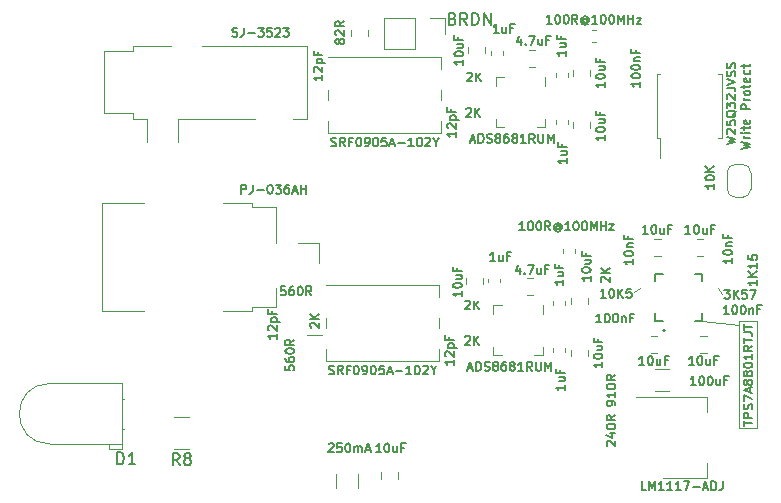
<source format=gbr>
G04 #@! TF.GenerationSoftware,KiCad,Pcbnew,(5.1.5)-3*
G04 #@! TF.CreationDate,2020-03-14T23:44:40+00:00*
G04 #@! TF.ProjectId,VC-01 Card,56432d30-3120-4436-9172-642e6b696361,DRAFT WIP*
G04 #@! TF.SameCoordinates,Original*
G04 #@! TF.FileFunction,Legend,Top*
G04 #@! TF.FilePolarity,Positive*
%FSLAX46Y46*%
G04 Gerber Fmt 4.6, Leading zero omitted, Abs format (unit mm)*
G04 Created by KiCad (PCBNEW (5.1.5)-3) date 2020-03-14 23:44:40*
%MOMM*%
%LPD*%
G04 APERTURE LIST*
%ADD10C,0.120000*%
%ADD11C,0.200000*%
%ADD12C,0.127000*%
%ADD13C,0.153000*%
%ADD14C,0.150000*%
G04 APERTURE END LIST*
D10*
X168000000Y-122100000D02*
X168500000Y-121700000D01*
X175500000Y-122200000D02*
X175100000Y-121700000D01*
X176900000Y-133600000D02*
X178400000Y-133600000D01*
X176900000Y-125600000D02*
X176900000Y-133600000D01*
X178400000Y-124500000D02*
X178400000Y-133600000D01*
X176900000Y-124500000D02*
X178400000Y-124500000D01*
X176900000Y-125600000D02*
X176900000Y-124500000D01*
X176900000Y-124900000D02*
X173800000Y-124500000D01*
X141600000Y-125700000D02*
X140300000Y-125700000D01*
X140300000Y-125700000D02*
X141600000Y-125700000D01*
X126550000Y-123700000D02*
X123000000Y-123700000D01*
X123000000Y-123700000D02*
X123000000Y-114500000D01*
X123000000Y-114500000D02*
X126550000Y-114500000D01*
X133250000Y-114500000D02*
X135700000Y-114500000D01*
X135700000Y-114500000D02*
X135700000Y-114900000D01*
X135700000Y-114900000D02*
X137700000Y-114900000D01*
X137700000Y-114900000D02*
X137700000Y-117900000D01*
X137700000Y-121700000D02*
X137700000Y-123300000D01*
X137700000Y-123300000D02*
X135700000Y-123300000D01*
X135700000Y-123300000D02*
X135700000Y-123700000D01*
X135700000Y-123700000D02*
X133250000Y-123700000D01*
X139600000Y-117910000D02*
X141340000Y-117910000D01*
X141340000Y-117910000D02*
X141340000Y-119650000D01*
X155410000Y-101858578D02*
X155410000Y-101341422D01*
X153990000Y-101858578D02*
X153990000Y-101341422D01*
X173341422Y-119010000D02*
X173858578Y-119010000D01*
X173341422Y-117590000D02*
X173858578Y-117590000D01*
X170258578Y-119010000D02*
X169741422Y-119010000D01*
X170258578Y-117590000D02*
X169741422Y-117590000D01*
X118530000Y-134930000D02*
G75*
G02X118530000Y-129810000I0J2560000D01*
G01*
X124690000Y-129810000D02*
X118530000Y-129810000D01*
X124690000Y-134930000D02*
X118530000Y-134930000D01*
X124690000Y-129810000D02*
X124690000Y-134930000D01*
X124690000Y-135330000D02*
X123570000Y-135330000D01*
X123570000Y-135330000D02*
X123570000Y-134930000D01*
X123570000Y-134930000D02*
X124690000Y-134930000D01*
X124690000Y-134930000D02*
X124690000Y-135330000D01*
X124820000Y-131100000D02*
X124690000Y-131100000D01*
X124690000Y-131100000D02*
X124690000Y-131100000D01*
X124690000Y-131100000D02*
X124820000Y-131100000D01*
X124820000Y-131100000D02*
X124820000Y-131100000D01*
X124820000Y-133640000D02*
X124690000Y-133640000D01*
X124690000Y-133640000D02*
X124690000Y-133640000D01*
X124690000Y-133640000D02*
X124820000Y-133640000D01*
X124820000Y-133640000D02*
X124820000Y-133640000D01*
X151700000Y-102200000D02*
X142100000Y-102200000D01*
X151700000Y-103200000D02*
X151700000Y-102200000D01*
X151700000Y-108600000D02*
X151700000Y-107600000D01*
X142100000Y-108600000D02*
X151700000Y-108600000D01*
X142100000Y-107600000D02*
X142100000Y-108600000D01*
X142100000Y-105000000D02*
X142100000Y-105800000D01*
X151700000Y-105000000D02*
X151700000Y-105800000D01*
X126800000Y-107400000D02*
X125600000Y-107400000D01*
X125600000Y-107400000D02*
X125600000Y-106900000D01*
X125600000Y-106900000D02*
X123100000Y-106900000D01*
X123100000Y-106900000D02*
X123100000Y-101700000D01*
X123100000Y-101700000D02*
X125600000Y-101700000D01*
X125600000Y-101700000D02*
X125600000Y-101200000D01*
X125600000Y-101200000D02*
X128800000Y-101200000D01*
X131400000Y-101200000D02*
X140300000Y-101200000D01*
X140300000Y-101200000D02*
X140300000Y-107400000D01*
X140300000Y-107400000D02*
X139100000Y-107400000D01*
X135900000Y-107400000D02*
X129400000Y-107400000D01*
X126800000Y-107400000D02*
X126800000Y-109400000D01*
X129400000Y-107400000D02*
X129400000Y-109400000D01*
X130302064Y-135360000D02*
X129097936Y-135360000D01*
X130302064Y-132640000D02*
X129097936Y-132640000D01*
X160510000Y-107385000D02*
X160510000Y-108110000D01*
X160510000Y-108110000D02*
X159785000Y-108110000D01*
X156290000Y-104615000D02*
X156290000Y-103890000D01*
X156290000Y-103890000D02*
X157015000Y-103890000D01*
X156290000Y-107385000D02*
X156290000Y-108110000D01*
X156290000Y-108110000D02*
X157015000Y-108110000D01*
X160510000Y-104615000D02*
X160510000Y-103890000D01*
D11*
X170640000Y-125335000D02*
G75*
G03X170640000Y-125335000I-100000J0D01*
G01*
D12*
X173800000Y-120500000D02*
X173800000Y-121150000D01*
X169800000Y-120500000D02*
X169800000Y-121150000D01*
X173800000Y-124500000D02*
X173800000Y-123850000D01*
X169800000Y-124500000D02*
X169800000Y-123850000D01*
X173800000Y-120500000D02*
X173150000Y-120500000D01*
X169800000Y-120500000D02*
X170450000Y-120500000D01*
X173800000Y-124500000D02*
X173150000Y-124500000D01*
X169800000Y-124500000D02*
X170450000Y-124500000D01*
D10*
X151500000Y-121500000D02*
X141900000Y-121500000D01*
X151500000Y-122500000D02*
X151500000Y-121500000D01*
X151500000Y-127900000D02*
X151500000Y-126900000D01*
X141900000Y-127900000D02*
X151500000Y-127900000D01*
X141900000Y-126900000D02*
X141900000Y-127900000D01*
X141900000Y-124300000D02*
X141900000Y-125100000D01*
X151500000Y-124300000D02*
X151500000Y-125100000D01*
X160310000Y-126685000D02*
X160310000Y-127410000D01*
X160310000Y-127410000D02*
X159585000Y-127410000D01*
X156090000Y-123915000D02*
X156090000Y-123190000D01*
X156090000Y-123190000D02*
X156815000Y-123190000D01*
X156090000Y-126685000D02*
X156090000Y-127410000D01*
X156090000Y-127410000D02*
X156815000Y-127410000D01*
X160310000Y-123915000D02*
X160310000Y-123190000D01*
X175425000Y-106300000D02*
X175425000Y-103575000D01*
X175425000Y-103575000D02*
X175165000Y-103575000D01*
X175425000Y-106300000D02*
X175425000Y-109025000D01*
X175425000Y-109025000D02*
X175165000Y-109025000D01*
X169975000Y-106300000D02*
X169975000Y-103575000D01*
X169975000Y-103575000D02*
X170235000Y-103575000D01*
X169975000Y-106300000D02*
X169975000Y-109025000D01*
X169975000Y-109025000D02*
X170235000Y-109025000D01*
X170235000Y-109025000D02*
X170235000Y-110700000D01*
X162210000Y-123162779D02*
X162210000Y-122837221D01*
X161190000Y-123162779D02*
X161190000Y-122837221D01*
X161390000Y-103862779D02*
X161390000Y-103537221D01*
X162410000Y-103862779D02*
X162410000Y-103537221D01*
X162690000Y-123058578D02*
X162690000Y-122541422D01*
X164110000Y-123058578D02*
X164110000Y-122541422D01*
X164310000Y-103758578D02*
X164310000Y-103241422D01*
X162890000Y-103758578D02*
X162890000Y-103241422D01*
X158941422Y-120890000D02*
X159458578Y-120890000D01*
X158941422Y-122310000D02*
X159458578Y-122310000D01*
X159141422Y-103010000D02*
X159658578Y-103010000D01*
X159141422Y-101590000D02*
X159658578Y-101590000D01*
X155210000Y-121396078D02*
X155210000Y-120878922D01*
X153790000Y-121396078D02*
X153790000Y-120878922D01*
X155690000Y-121250279D02*
X155690000Y-120924721D01*
X156710000Y-121250279D02*
X156710000Y-120924721D01*
X156910000Y-101962779D02*
X156910000Y-101637221D01*
X155890000Y-101962779D02*
X155890000Y-101637221D01*
X161190000Y-126837221D02*
X161190000Y-127162779D01*
X162210000Y-126837221D02*
X162210000Y-127162779D01*
X162410000Y-107537221D02*
X162410000Y-107862779D01*
X161390000Y-107537221D02*
X161390000Y-107862779D01*
X162690000Y-126941422D02*
X162690000Y-127458578D01*
X164110000Y-126941422D02*
X164110000Y-127458578D01*
X164310000Y-107641422D02*
X164310000Y-108158578D01*
X162890000Y-107641422D02*
X162890000Y-108158578D01*
X175900000Y-111950000D02*
G75*
G02X176600000Y-111250000I700000J0D01*
G01*
X177200000Y-111250000D02*
G75*
G02X177900000Y-111950000I0J-700000D01*
G01*
X177900000Y-113350000D02*
G75*
G02X177200000Y-114050000I-700000J0D01*
G01*
X176600000Y-114050000D02*
G75*
G02X175900000Y-113350000I0J700000D01*
G01*
X177200000Y-114050000D02*
X176600000Y-114050000D01*
X177900000Y-111950000D02*
X177900000Y-113350000D01*
X176600000Y-111250000D02*
X177200000Y-111250000D01*
X175900000Y-113350000D02*
X175900000Y-111950000D01*
X171002064Y-130410000D02*
X169797936Y-130410000D01*
X171002064Y-128590000D02*
X169797936Y-128590000D01*
X174210000Y-137810000D02*
X174210000Y-136550000D01*
X174210000Y-130990000D02*
X174210000Y-132250000D01*
X170450000Y-137810000D02*
X174210000Y-137810000D01*
X168200000Y-130990000D02*
X174210000Y-130990000D01*
X142790000Y-138702064D02*
X142790000Y-137497936D01*
X144610000Y-138702064D02*
X144610000Y-137497936D01*
X164437221Y-99890000D02*
X164762779Y-99890000D01*
X164437221Y-100910000D02*
X164762779Y-100910000D01*
X161990000Y-118762779D02*
X161990000Y-118437221D01*
X163010000Y-118762779D02*
X163010000Y-118437221D01*
X145510000Y-99841422D02*
X145510000Y-100358578D01*
X144090000Y-99841422D02*
X144090000Y-100358578D01*
X146830000Y-98870000D02*
X146830000Y-101530000D01*
X149430000Y-98870000D02*
X146830000Y-98870000D01*
X149430000Y-101530000D02*
X146830000Y-101530000D01*
X149430000Y-98870000D02*
X149430000Y-101530000D01*
X150700000Y-98870000D02*
X152030000Y-98870000D01*
X152030000Y-98870000D02*
X152030000Y-100200000D01*
X173641422Y-125790000D02*
X174158578Y-125790000D01*
X173641422Y-127210000D02*
X174158578Y-127210000D01*
X169958578Y-125790000D02*
X169441422Y-125790000D01*
X169958578Y-127210000D02*
X169441422Y-127210000D01*
X148010000Y-137341422D02*
X148010000Y-137858578D01*
X146590000Y-137341422D02*
X146590000Y-137858578D01*
D13*
X134767857Y-113739285D02*
X134767857Y-112989285D01*
X135053571Y-112989285D01*
X135125000Y-113025000D01*
X135160714Y-113060714D01*
X135196428Y-113132142D01*
X135196428Y-113239285D01*
X135160714Y-113310714D01*
X135125000Y-113346428D01*
X135053571Y-113382142D01*
X134767857Y-113382142D01*
X135732142Y-112989285D02*
X135732142Y-113525000D01*
X135696428Y-113632142D01*
X135625000Y-113703571D01*
X135517857Y-113739285D01*
X135446428Y-113739285D01*
X136089285Y-113453571D02*
X136660714Y-113453571D01*
X137160714Y-112989285D02*
X137232142Y-112989285D01*
X137303571Y-113025000D01*
X137339285Y-113060714D01*
X137375000Y-113132142D01*
X137410714Y-113275000D01*
X137410714Y-113453571D01*
X137375000Y-113596428D01*
X137339285Y-113667857D01*
X137303571Y-113703571D01*
X137232142Y-113739285D01*
X137160714Y-113739285D01*
X137089285Y-113703571D01*
X137053571Y-113667857D01*
X137017857Y-113596428D01*
X136982142Y-113453571D01*
X136982142Y-113275000D01*
X137017857Y-113132142D01*
X137053571Y-113060714D01*
X137089285Y-113025000D01*
X137160714Y-112989285D01*
X137660714Y-112989285D02*
X138125000Y-112989285D01*
X137875000Y-113275000D01*
X137982142Y-113275000D01*
X138053571Y-113310714D01*
X138089285Y-113346428D01*
X138125000Y-113417857D01*
X138125000Y-113596428D01*
X138089285Y-113667857D01*
X138053571Y-113703571D01*
X137982142Y-113739285D01*
X137767857Y-113739285D01*
X137696428Y-113703571D01*
X137660714Y-113667857D01*
X138767857Y-112989285D02*
X138625000Y-112989285D01*
X138553571Y-113025000D01*
X138517857Y-113060714D01*
X138446428Y-113167857D01*
X138410714Y-113310714D01*
X138410714Y-113596428D01*
X138446428Y-113667857D01*
X138482142Y-113703571D01*
X138553571Y-113739285D01*
X138696428Y-113739285D01*
X138767857Y-113703571D01*
X138803571Y-113667857D01*
X138839285Y-113596428D01*
X138839285Y-113417857D01*
X138803571Y-113346428D01*
X138767857Y-113310714D01*
X138696428Y-113275000D01*
X138553571Y-113275000D01*
X138482142Y-113310714D01*
X138446428Y-113346428D01*
X138410714Y-113417857D01*
X139125000Y-113525000D02*
X139482142Y-113525000D01*
X139053571Y-113739285D02*
X139303571Y-112989285D01*
X139553571Y-113739285D01*
X139803571Y-113739285D02*
X139803571Y-112989285D01*
X139803571Y-113346428D02*
X140232142Y-113346428D01*
X140232142Y-113739285D02*
X140232142Y-112989285D01*
X153539285Y-102403571D02*
X153539285Y-102832142D01*
X153539285Y-102617857D02*
X152789285Y-102617857D01*
X152896428Y-102689285D01*
X152967857Y-102760714D01*
X153003571Y-102832142D01*
X152789285Y-101939285D02*
X152789285Y-101867857D01*
X152825000Y-101796428D01*
X152860714Y-101760714D01*
X152932142Y-101725000D01*
X153075000Y-101689285D01*
X153253571Y-101689285D01*
X153396428Y-101725000D01*
X153467857Y-101760714D01*
X153503571Y-101796428D01*
X153539285Y-101867857D01*
X153539285Y-101939285D01*
X153503571Y-102010714D01*
X153467857Y-102046428D01*
X153396428Y-102082142D01*
X153253571Y-102117857D01*
X153075000Y-102117857D01*
X152932142Y-102082142D01*
X152860714Y-102046428D01*
X152825000Y-102010714D01*
X152789285Y-101939285D01*
X153039285Y-101046428D02*
X153539285Y-101046428D01*
X153039285Y-101367857D02*
X153432142Y-101367857D01*
X153503571Y-101332142D01*
X153539285Y-101260714D01*
X153539285Y-101153571D01*
X153503571Y-101082142D01*
X153467857Y-101046428D01*
X153146428Y-100439285D02*
X153146428Y-100689285D01*
X153539285Y-100689285D02*
X152789285Y-100689285D01*
X152789285Y-100332142D01*
X141639285Y-103703571D02*
X141639285Y-104132142D01*
X141639285Y-103917857D02*
X140889285Y-103917857D01*
X140996428Y-103989285D01*
X141067857Y-104060714D01*
X141103571Y-104132142D01*
X140960714Y-103417857D02*
X140925000Y-103382142D01*
X140889285Y-103310714D01*
X140889285Y-103132142D01*
X140925000Y-103060714D01*
X140960714Y-103025000D01*
X141032142Y-102989285D01*
X141103571Y-102989285D01*
X141210714Y-103025000D01*
X141639285Y-103453571D01*
X141639285Y-102989285D01*
X141139285Y-102667857D02*
X141889285Y-102667857D01*
X141175000Y-102667857D02*
X141139285Y-102596428D01*
X141139285Y-102453571D01*
X141175000Y-102382142D01*
X141210714Y-102346428D01*
X141282142Y-102310714D01*
X141496428Y-102310714D01*
X141567857Y-102346428D01*
X141603571Y-102382142D01*
X141639285Y-102453571D01*
X141639285Y-102596428D01*
X141603571Y-102667857D01*
X141246428Y-101739285D02*
X141246428Y-101989285D01*
X141639285Y-101989285D02*
X140889285Y-101989285D01*
X140889285Y-101632142D01*
X152939285Y-108503571D02*
X152939285Y-108932142D01*
X152939285Y-108717857D02*
X152189285Y-108717857D01*
X152296428Y-108789285D01*
X152367857Y-108860714D01*
X152403571Y-108932142D01*
X152260714Y-108217857D02*
X152225000Y-108182142D01*
X152189285Y-108110714D01*
X152189285Y-107932142D01*
X152225000Y-107860714D01*
X152260714Y-107825000D01*
X152332142Y-107789285D01*
X152403571Y-107789285D01*
X152510714Y-107825000D01*
X152939285Y-108253571D01*
X152939285Y-107789285D01*
X152439285Y-107467857D02*
X153189285Y-107467857D01*
X152475000Y-107467857D02*
X152439285Y-107396428D01*
X152439285Y-107253571D01*
X152475000Y-107182142D01*
X152510714Y-107146428D01*
X152582142Y-107110714D01*
X152796428Y-107110714D01*
X152867857Y-107146428D01*
X152903571Y-107182142D01*
X152939285Y-107253571D01*
X152939285Y-107396428D01*
X152903571Y-107467857D01*
X152546428Y-106539285D02*
X152546428Y-106789285D01*
X152939285Y-106789285D02*
X152189285Y-106789285D01*
X152189285Y-106432142D01*
X172796428Y-117139285D02*
X172367857Y-117139285D01*
X172582142Y-117139285D02*
X172582142Y-116389285D01*
X172510714Y-116496428D01*
X172439285Y-116567857D01*
X172367857Y-116603571D01*
X173260714Y-116389285D02*
X173332142Y-116389285D01*
X173403571Y-116425000D01*
X173439285Y-116460714D01*
X173475000Y-116532142D01*
X173510714Y-116675000D01*
X173510714Y-116853571D01*
X173475000Y-116996428D01*
X173439285Y-117067857D01*
X173403571Y-117103571D01*
X173332142Y-117139285D01*
X173260714Y-117139285D01*
X173189285Y-117103571D01*
X173153571Y-117067857D01*
X173117857Y-116996428D01*
X173082142Y-116853571D01*
X173082142Y-116675000D01*
X173117857Y-116532142D01*
X173153571Y-116460714D01*
X173189285Y-116425000D01*
X173260714Y-116389285D01*
X174153571Y-116639285D02*
X174153571Y-117139285D01*
X173832142Y-116639285D02*
X173832142Y-117032142D01*
X173867857Y-117103571D01*
X173939285Y-117139285D01*
X174046428Y-117139285D01*
X174117857Y-117103571D01*
X174153571Y-117067857D01*
X174760714Y-116746428D02*
X174510714Y-116746428D01*
X174510714Y-117139285D02*
X174510714Y-116389285D01*
X174867857Y-116389285D01*
X169196428Y-117139285D02*
X168767857Y-117139285D01*
X168982142Y-117139285D02*
X168982142Y-116389285D01*
X168910714Y-116496428D01*
X168839285Y-116567857D01*
X168767857Y-116603571D01*
X169660714Y-116389285D02*
X169732142Y-116389285D01*
X169803571Y-116425000D01*
X169839285Y-116460714D01*
X169875000Y-116532142D01*
X169910714Y-116675000D01*
X169910714Y-116853571D01*
X169875000Y-116996428D01*
X169839285Y-117067857D01*
X169803571Y-117103571D01*
X169732142Y-117139285D01*
X169660714Y-117139285D01*
X169589285Y-117103571D01*
X169553571Y-117067857D01*
X169517857Y-116996428D01*
X169482142Y-116853571D01*
X169482142Y-116675000D01*
X169517857Y-116532142D01*
X169553571Y-116460714D01*
X169589285Y-116425000D01*
X169660714Y-116389285D01*
X170553571Y-116639285D02*
X170553571Y-117139285D01*
X170232142Y-116639285D02*
X170232142Y-117032142D01*
X170267857Y-117103571D01*
X170339285Y-117139285D01*
X170446428Y-117139285D01*
X170517857Y-117103571D01*
X170553571Y-117067857D01*
X171160714Y-116746428D02*
X170910714Y-116746428D01*
X170910714Y-117139285D02*
X170910714Y-116389285D01*
X171267857Y-116389285D01*
X165239285Y-124639285D02*
X164810714Y-124639285D01*
X165025000Y-124639285D02*
X165025000Y-123889285D01*
X164953571Y-123996428D01*
X164882142Y-124067857D01*
X164810714Y-124103571D01*
X165703571Y-123889285D02*
X165775000Y-123889285D01*
X165846428Y-123925000D01*
X165882142Y-123960714D01*
X165917857Y-124032142D01*
X165953571Y-124175000D01*
X165953571Y-124353571D01*
X165917857Y-124496428D01*
X165882142Y-124567857D01*
X165846428Y-124603571D01*
X165775000Y-124639285D01*
X165703571Y-124639285D01*
X165632142Y-124603571D01*
X165596428Y-124567857D01*
X165560714Y-124496428D01*
X165525000Y-124353571D01*
X165525000Y-124175000D01*
X165560714Y-124032142D01*
X165596428Y-123960714D01*
X165632142Y-123925000D01*
X165703571Y-123889285D01*
X166417857Y-123889285D02*
X166489285Y-123889285D01*
X166560714Y-123925000D01*
X166596428Y-123960714D01*
X166632142Y-124032142D01*
X166667857Y-124175000D01*
X166667857Y-124353571D01*
X166632142Y-124496428D01*
X166596428Y-124567857D01*
X166560714Y-124603571D01*
X166489285Y-124639285D01*
X166417857Y-124639285D01*
X166346428Y-124603571D01*
X166310714Y-124567857D01*
X166275000Y-124496428D01*
X166239285Y-124353571D01*
X166239285Y-124175000D01*
X166275000Y-124032142D01*
X166310714Y-123960714D01*
X166346428Y-123925000D01*
X166417857Y-123889285D01*
X166989285Y-124139285D02*
X166989285Y-124639285D01*
X166989285Y-124210714D02*
X167025000Y-124175000D01*
X167096428Y-124139285D01*
X167203571Y-124139285D01*
X167275000Y-124175000D01*
X167310714Y-124246428D01*
X167310714Y-124639285D01*
X167917857Y-124246428D02*
X167667857Y-124246428D01*
X167667857Y-124639285D02*
X167667857Y-123889285D01*
X168025000Y-123889285D01*
X176039285Y-123939285D02*
X175610714Y-123939285D01*
X175825000Y-123939285D02*
X175825000Y-123189285D01*
X175753571Y-123296428D01*
X175682142Y-123367857D01*
X175610714Y-123403571D01*
X176503571Y-123189285D02*
X176575000Y-123189285D01*
X176646428Y-123225000D01*
X176682142Y-123260714D01*
X176717857Y-123332142D01*
X176753571Y-123475000D01*
X176753571Y-123653571D01*
X176717857Y-123796428D01*
X176682142Y-123867857D01*
X176646428Y-123903571D01*
X176575000Y-123939285D01*
X176503571Y-123939285D01*
X176432142Y-123903571D01*
X176396428Y-123867857D01*
X176360714Y-123796428D01*
X176325000Y-123653571D01*
X176325000Y-123475000D01*
X176360714Y-123332142D01*
X176396428Y-123260714D01*
X176432142Y-123225000D01*
X176503571Y-123189285D01*
X177217857Y-123189285D02*
X177289285Y-123189285D01*
X177360714Y-123225000D01*
X177396428Y-123260714D01*
X177432142Y-123332142D01*
X177467857Y-123475000D01*
X177467857Y-123653571D01*
X177432142Y-123796428D01*
X177396428Y-123867857D01*
X177360714Y-123903571D01*
X177289285Y-123939285D01*
X177217857Y-123939285D01*
X177146428Y-123903571D01*
X177110714Y-123867857D01*
X177075000Y-123796428D01*
X177039285Y-123653571D01*
X177039285Y-123475000D01*
X177075000Y-123332142D01*
X177110714Y-123260714D01*
X177146428Y-123225000D01*
X177217857Y-123189285D01*
X177789285Y-123439285D02*
X177789285Y-123939285D01*
X177789285Y-123510714D02*
X177825000Y-123475000D01*
X177896428Y-123439285D01*
X178003571Y-123439285D01*
X178075000Y-123475000D01*
X178110714Y-123546428D01*
X178110714Y-123939285D01*
X178717857Y-123546428D02*
X178467857Y-123546428D01*
X178467857Y-123939285D02*
X178467857Y-123189285D01*
X178825000Y-123189285D01*
D14*
X124261904Y-136652380D02*
X124261904Y-135652380D01*
X124500000Y-135652380D01*
X124642857Y-135700000D01*
X124738095Y-135795238D01*
X124785714Y-135890476D01*
X124833333Y-136080952D01*
X124833333Y-136223809D01*
X124785714Y-136414285D01*
X124738095Y-136509523D01*
X124642857Y-136604761D01*
X124500000Y-136652380D01*
X124261904Y-136652380D01*
X125785714Y-136652380D02*
X125214285Y-136652380D01*
X125500000Y-136652380D02*
X125500000Y-135652380D01*
X125404761Y-135795238D01*
X125309523Y-135890476D01*
X125214285Y-135938095D01*
D13*
X142382142Y-109703571D02*
X142489285Y-109739285D01*
X142667857Y-109739285D01*
X142739285Y-109703571D01*
X142775000Y-109667857D01*
X142810714Y-109596428D01*
X142810714Y-109525000D01*
X142775000Y-109453571D01*
X142739285Y-109417857D01*
X142667857Y-109382142D01*
X142525000Y-109346428D01*
X142453571Y-109310714D01*
X142417857Y-109275000D01*
X142382142Y-109203571D01*
X142382142Y-109132142D01*
X142417857Y-109060714D01*
X142453571Y-109025000D01*
X142525000Y-108989285D01*
X142703571Y-108989285D01*
X142810714Y-109025000D01*
X143560714Y-109739285D02*
X143310714Y-109382142D01*
X143132142Y-109739285D02*
X143132142Y-108989285D01*
X143417857Y-108989285D01*
X143489285Y-109025000D01*
X143525000Y-109060714D01*
X143560714Y-109132142D01*
X143560714Y-109239285D01*
X143525000Y-109310714D01*
X143489285Y-109346428D01*
X143417857Y-109382142D01*
X143132142Y-109382142D01*
X144132142Y-109346428D02*
X143882142Y-109346428D01*
X143882142Y-109739285D02*
X143882142Y-108989285D01*
X144239285Y-108989285D01*
X144667857Y-108989285D02*
X144739285Y-108989285D01*
X144810714Y-109025000D01*
X144846428Y-109060714D01*
X144882142Y-109132142D01*
X144917857Y-109275000D01*
X144917857Y-109453571D01*
X144882142Y-109596428D01*
X144846428Y-109667857D01*
X144810714Y-109703571D01*
X144739285Y-109739285D01*
X144667857Y-109739285D01*
X144596428Y-109703571D01*
X144560714Y-109667857D01*
X144525000Y-109596428D01*
X144489285Y-109453571D01*
X144489285Y-109275000D01*
X144525000Y-109132142D01*
X144560714Y-109060714D01*
X144596428Y-109025000D01*
X144667857Y-108989285D01*
X145275000Y-109739285D02*
X145417857Y-109739285D01*
X145489285Y-109703571D01*
X145525000Y-109667857D01*
X145596428Y-109560714D01*
X145632142Y-109417857D01*
X145632142Y-109132142D01*
X145596428Y-109060714D01*
X145560714Y-109025000D01*
X145489285Y-108989285D01*
X145346428Y-108989285D01*
X145275000Y-109025000D01*
X145239285Y-109060714D01*
X145203571Y-109132142D01*
X145203571Y-109310714D01*
X145239285Y-109382142D01*
X145275000Y-109417857D01*
X145346428Y-109453571D01*
X145489285Y-109453571D01*
X145560714Y-109417857D01*
X145596428Y-109382142D01*
X145632142Y-109310714D01*
X146096428Y-108989285D02*
X146167857Y-108989285D01*
X146239285Y-109025000D01*
X146275000Y-109060714D01*
X146310714Y-109132142D01*
X146346428Y-109275000D01*
X146346428Y-109453571D01*
X146310714Y-109596428D01*
X146275000Y-109667857D01*
X146239285Y-109703571D01*
X146167857Y-109739285D01*
X146096428Y-109739285D01*
X146025000Y-109703571D01*
X145989285Y-109667857D01*
X145953571Y-109596428D01*
X145917857Y-109453571D01*
X145917857Y-109275000D01*
X145953571Y-109132142D01*
X145989285Y-109060714D01*
X146025000Y-109025000D01*
X146096428Y-108989285D01*
X147025000Y-108989285D02*
X146667857Y-108989285D01*
X146632142Y-109346428D01*
X146667857Y-109310714D01*
X146739285Y-109275000D01*
X146917857Y-109275000D01*
X146989285Y-109310714D01*
X147025000Y-109346428D01*
X147060714Y-109417857D01*
X147060714Y-109596428D01*
X147025000Y-109667857D01*
X146989285Y-109703571D01*
X146917857Y-109739285D01*
X146739285Y-109739285D01*
X146667857Y-109703571D01*
X146632142Y-109667857D01*
X147346428Y-109525000D02*
X147703571Y-109525000D01*
X147275000Y-109739285D02*
X147525000Y-108989285D01*
X147775000Y-109739285D01*
X148025000Y-109453571D02*
X148596428Y-109453571D01*
X149346428Y-109739285D02*
X148917857Y-109739285D01*
X149132142Y-109739285D02*
X149132142Y-108989285D01*
X149060714Y-109096428D01*
X148989285Y-109167857D01*
X148917857Y-109203571D01*
X149810714Y-108989285D02*
X149882142Y-108989285D01*
X149953571Y-109025000D01*
X149989285Y-109060714D01*
X150025000Y-109132142D01*
X150060714Y-109275000D01*
X150060714Y-109453571D01*
X150025000Y-109596428D01*
X149989285Y-109667857D01*
X149953571Y-109703571D01*
X149882142Y-109739285D01*
X149810714Y-109739285D01*
X149739285Y-109703571D01*
X149703571Y-109667857D01*
X149667857Y-109596428D01*
X149632142Y-109453571D01*
X149632142Y-109275000D01*
X149667857Y-109132142D01*
X149703571Y-109060714D01*
X149739285Y-109025000D01*
X149810714Y-108989285D01*
X150346428Y-109060714D02*
X150382142Y-109025000D01*
X150453571Y-108989285D01*
X150632142Y-108989285D01*
X150703571Y-109025000D01*
X150739285Y-109060714D01*
X150775000Y-109132142D01*
X150775000Y-109203571D01*
X150739285Y-109310714D01*
X150310714Y-109739285D01*
X150775000Y-109739285D01*
X151239285Y-109382142D02*
X151239285Y-109739285D01*
X150989285Y-108989285D02*
X151239285Y-109382142D01*
X151489285Y-108989285D01*
X134007142Y-100403571D02*
X134114285Y-100439285D01*
X134292857Y-100439285D01*
X134364285Y-100403571D01*
X134400000Y-100367857D01*
X134435714Y-100296428D01*
X134435714Y-100225000D01*
X134400000Y-100153571D01*
X134364285Y-100117857D01*
X134292857Y-100082142D01*
X134150000Y-100046428D01*
X134078571Y-100010714D01*
X134042857Y-99975000D01*
X134007142Y-99903571D01*
X134007142Y-99832142D01*
X134042857Y-99760714D01*
X134078571Y-99725000D01*
X134150000Y-99689285D01*
X134328571Y-99689285D01*
X134435714Y-99725000D01*
X134971428Y-99689285D02*
X134971428Y-100225000D01*
X134935714Y-100332142D01*
X134864285Y-100403571D01*
X134757142Y-100439285D01*
X134685714Y-100439285D01*
X135328571Y-100153571D02*
X135900000Y-100153571D01*
X136185714Y-99689285D02*
X136650000Y-99689285D01*
X136400000Y-99975000D01*
X136507142Y-99975000D01*
X136578571Y-100010714D01*
X136614285Y-100046428D01*
X136650000Y-100117857D01*
X136650000Y-100296428D01*
X136614285Y-100367857D01*
X136578571Y-100403571D01*
X136507142Y-100439285D01*
X136292857Y-100439285D01*
X136221428Y-100403571D01*
X136185714Y-100367857D01*
X137328571Y-99689285D02*
X136971428Y-99689285D01*
X136935714Y-100046428D01*
X136971428Y-100010714D01*
X137042857Y-99975000D01*
X137221428Y-99975000D01*
X137292857Y-100010714D01*
X137328571Y-100046428D01*
X137364285Y-100117857D01*
X137364285Y-100296428D01*
X137328571Y-100367857D01*
X137292857Y-100403571D01*
X137221428Y-100439285D01*
X137042857Y-100439285D01*
X136971428Y-100403571D01*
X136935714Y-100367857D01*
X137650000Y-99760714D02*
X137685714Y-99725000D01*
X137757142Y-99689285D01*
X137935714Y-99689285D01*
X138007142Y-99725000D01*
X138042857Y-99760714D01*
X138078571Y-99832142D01*
X138078571Y-99903571D01*
X138042857Y-100010714D01*
X137614285Y-100439285D01*
X138078571Y-100439285D01*
X138328571Y-99689285D02*
X138792857Y-99689285D01*
X138542857Y-99975000D01*
X138650000Y-99975000D01*
X138721428Y-100010714D01*
X138757142Y-100046428D01*
X138792857Y-100117857D01*
X138792857Y-100296428D01*
X138757142Y-100367857D01*
X138721428Y-100403571D01*
X138650000Y-100439285D01*
X138435714Y-100439285D01*
X138364285Y-100403571D01*
X138328571Y-100367857D01*
X153895714Y-103560714D02*
X153931428Y-103525000D01*
X154002857Y-103489285D01*
X154181428Y-103489285D01*
X154252857Y-103525000D01*
X154288571Y-103560714D01*
X154324285Y-103632142D01*
X154324285Y-103703571D01*
X154288571Y-103810714D01*
X153860000Y-104239285D01*
X154324285Y-104239285D01*
X154645714Y-104239285D02*
X154645714Y-103489285D01*
X155074285Y-104239285D02*
X154752857Y-103810714D01*
X155074285Y-103489285D02*
X154645714Y-103917857D01*
X153810714Y-106560714D02*
X153846428Y-106525000D01*
X153917857Y-106489285D01*
X154096428Y-106489285D01*
X154167857Y-106525000D01*
X154203571Y-106560714D01*
X154239285Y-106632142D01*
X154239285Y-106703571D01*
X154203571Y-106810714D01*
X153775000Y-107239285D01*
X154239285Y-107239285D01*
X154560714Y-107239285D02*
X154560714Y-106489285D01*
X154989285Y-107239285D02*
X154667857Y-106810714D01*
X154989285Y-106489285D02*
X154560714Y-106917857D01*
X165625000Y-122539285D02*
X165196428Y-122539285D01*
X165410714Y-122539285D02*
X165410714Y-121789285D01*
X165339285Y-121896428D01*
X165267857Y-121967857D01*
X165196428Y-122003571D01*
X166089285Y-121789285D02*
X166160714Y-121789285D01*
X166232142Y-121825000D01*
X166267857Y-121860714D01*
X166303571Y-121932142D01*
X166339285Y-122075000D01*
X166339285Y-122253571D01*
X166303571Y-122396428D01*
X166267857Y-122467857D01*
X166232142Y-122503571D01*
X166160714Y-122539285D01*
X166089285Y-122539285D01*
X166017857Y-122503571D01*
X165982142Y-122467857D01*
X165946428Y-122396428D01*
X165910714Y-122253571D01*
X165910714Y-122075000D01*
X165946428Y-121932142D01*
X165982142Y-121860714D01*
X166017857Y-121825000D01*
X166089285Y-121789285D01*
X166660714Y-122539285D02*
X166660714Y-121789285D01*
X167089285Y-122539285D02*
X166767857Y-122110714D01*
X167089285Y-121789285D02*
X166660714Y-122217857D01*
X167767857Y-121789285D02*
X167410714Y-121789285D01*
X167375000Y-122146428D01*
X167410714Y-122110714D01*
X167482142Y-122075000D01*
X167660714Y-122075000D01*
X167732142Y-122110714D01*
X167767857Y-122146428D01*
X167803571Y-122217857D01*
X167803571Y-122396428D01*
X167767857Y-122467857D01*
X167732142Y-122503571D01*
X167660714Y-122539285D01*
X167482142Y-122539285D01*
X167410714Y-122503571D01*
X167375000Y-122467857D01*
X175660714Y-121889285D02*
X176125000Y-121889285D01*
X175875000Y-122175000D01*
X175982142Y-122175000D01*
X176053571Y-122210714D01*
X176089285Y-122246428D01*
X176125000Y-122317857D01*
X176125000Y-122496428D01*
X176089285Y-122567857D01*
X176053571Y-122603571D01*
X175982142Y-122639285D01*
X175767857Y-122639285D01*
X175696428Y-122603571D01*
X175660714Y-122567857D01*
X176446428Y-122639285D02*
X176446428Y-121889285D01*
X176875000Y-122639285D02*
X176553571Y-122210714D01*
X176875000Y-121889285D02*
X176446428Y-122317857D01*
X177553571Y-121889285D02*
X177196428Y-121889285D01*
X177160714Y-122246428D01*
X177196428Y-122210714D01*
X177267857Y-122175000D01*
X177446428Y-122175000D01*
X177517857Y-122210714D01*
X177553571Y-122246428D01*
X177589285Y-122317857D01*
X177589285Y-122496428D01*
X177553571Y-122567857D01*
X177517857Y-122603571D01*
X177446428Y-122639285D01*
X177267857Y-122639285D01*
X177196428Y-122603571D01*
X177160714Y-122567857D01*
X177839285Y-121889285D02*
X178339285Y-121889285D01*
X178017857Y-122639285D01*
X165260714Y-121189285D02*
X165225000Y-121153571D01*
X165189285Y-121082142D01*
X165189285Y-120903571D01*
X165225000Y-120832142D01*
X165260714Y-120796428D01*
X165332142Y-120760714D01*
X165403571Y-120760714D01*
X165510714Y-120796428D01*
X165939285Y-121225000D01*
X165939285Y-120760714D01*
X165939285Y-120439285D02*
X165189285Y-120439285D01*
X165939285Y-120010714D02*
X165510714Y-120332142D01*
X165189285Y-120010714D02*
X165617857Y-120439285D01*
X178439285Y-121075000D02*
X178439285Y-121503571D01*
X178439285Y-121289285D02*
X177689285Y-121289285D01*
X177796428Y-121360714D01*
X177867857Y-121432142D01*
X177903571Y-121503571D01*
X178439285Y-120753571D02*
X177689285Y-120753571D01*
X178439285Y-120325000D02*
X178010714Y-120646428D01*
X177689285Y-120325000D02*
X178117857Y-120753571D01*
X178439285Y-119610714D02*
X178439285Y-120039285D01*
X178439285Y-119825000D02*
X177689285Y-119825000D01*
X177796428Y-119896428D01*
X177867857Y-119967857D01*
X177903571Y-120039285D01*
X177689285Y-118932142D02*
X177689285Y-119289285D01*
X178046428Y-119325000D01*
X178010714Y-119289285D01*
X177975000Y-119217857D01*
X177975000Y-119039285D01*
X178010714Y-118967857D01*
X178046428Y-118932142D01*
X178117857Y-118896428D01*
X178296428Y-118896428D01*
X178367857Y-118932142D01*
X178403571Y-118967857D01*
X178439285Y-119039285D01*
X178439285Y-119217857D01*
X178403571Y-119289285D01*
X178367857Y-119325000D01*
D14*
X129533333Y-136732380D02*
X129200000Y-136256190D01*
X128961904Y-136732380D02*
X128961904Y-135732380D01*
X129342857Y-135732380D01*
X129438095Y-135780000D01*
X129485714Y-135827619D01*
X129533333Y-135922857D01*
X129533333Y-136065714D01*
X129485714Y-136160952D01*
X129438095Y-136208571D01*
X129342857Y-136256190D01*
X128961904Y-136256190D01*
X130104761Y-136160952D02*
X130009523Y-136113333D01*
X129961904Y-136065714D01*
X129914285Y-135970476D01*
X129914285Y-135922857D01*
X129961904Y-135827619D01*
X130009523Y-135780000D01*
X130104761Y-135732380D01*
X130295238Y-135732380D01*
X130390476Y-135780000D01*
X130438095Y-135827619D01*
X130485714Y-135922857D01*
X130485714Y-135970476D01*
X130438095Y-136065714D01*
X130390476Y-136113333D01*
X130295238Y-136160952D01*
X130104761Y-136160952D01*
X130009523Y-136208571D01*
X129961904Y-136256190D01*
X129914285Y-136351428D01*
X129914285Y-136541904D01*
X129961904Y-136637142D01*
X130009523Y-136684761D01*
X130104761Y-136732380D01*
X130295238Y-136732380D01*
X130390476Y-136684761D01*
X130438095Y-136637142D01*
X130485714Y-136541904D01*
X130485714Y-136351428D01*
X130438095Y-136256190D01*
X130390476Y-136208571D01*
X130295238Y-136160952D01*
D13*
X154164285Y-109225000D02*
X154521428Y-109225000D01*
X154092857Y-109439285D02*
X154342857Y-108689285D01*
X154592857Y-109439285D01*
X154842857Y-109439285D02*
X154842857Y-108689285D01*
X155021428Y-108689285D01*
X155128571Y-108725000D01*
X155200000Y-108796428D01*
X155235714Y-108867857D01*
X155271428Y-109010714D01*
X155271428Y-109117857D01*
X155235714Y-109260714D01*
X155200000Y-109332142D01*
X155128571Y-109403571D01*
X155021428Y-109439285D01*
X154842857Y-109439285D01*
X155557142Y-109403571D02*
X155664285Y-109439285D01*
X155842857Y-109439285D01*
X155914285Y-109403571D01*
X155950000Y-109367857D01*
X155985714Y-109296428D01*
X155985714Y-109225000D01*
X155950000Y-109153571D01*
X155914285Y-109117857D01*
X155842857Y-109082142D01*
X155700000Y-109046428D01*
X155628571Y-109010714D01*
X155592857Y-108975000D01*
X155557142Y-108903571D01*
X155557142Y-108832142D01*
X155592857Y-108760714D01*
X155628571Y-108725000D01*
X155700000Y-108689285D01*
X155878571Y-108689285D01*
X155985714Y-108725000D01*
X156414285Y-109010714D02*
X156342857Y-108975000D01*
X156307142Y-108939285D01*
X156271428Y-108867857D01*
X156271428Y-108832142D01*
X156307142Y-108760714D01*
X156342857Y-108725000D01*
X156414285Y-108689285D01*
X156557142Y-108689285D01*
X156628571Y-108725000D01*
X156664285Y-108760714D01*
X156700000Y-108832142D01*
X156700000Y-108867857D01*
X156664285Y-108939285D01*
X156628571Y-108975000D01*
X156557142Y-109010714D01*
X156414285Y-109010714D01*
X156342857Y-109046428D01*
X156307142Y-109082142D01*
X156271428Y-109153571D01*
X156271428Y-109296428D01*
X156307142Y-109367857D01*
X156342857Y-109403571D01*
X156414285Y-109439285D01*
X156557142Y-109439285D01*
X156628571Y-109403571D01*
X156664285Y-109367857D01*
X156700000Y-109296428D01*
X156700000Y-109153571D01*
X156664285Y-109082142D01*
X156628571Y-109046428D01*
X156557142Y-109010714D01*
X157342857Y-108689285D02*
X157200000Y-108689285D01*
X157128571Y-108725000D01*
X157092857Y-108760714D01*
X157021428Y-108867857D01*
X156985714Y-109010714D01*
X156985714Y-109296428D01*
X157021428Y-109367857D01*
X157057142Y-109403571D01*
X157128571Y-109439285D01*
X157271428Y-109439285D01*
X157342857Y-109403571D01*
X157378571Y-109367857D01*
X157414285Y-109296428D01*
X157414285Y-109117857D01*
X157378571Y-109046428D01*
X157342857Y-109010714D01*
X157271428Y-108975000D01*
X157128571Y-108975000D01*
X157057142Y-109010714D01*
X157021428Y-109046428D01*
X156985714Y-109117857D01*
X157842857Y-109010714D02*
X157771428Y-108975000D01*
X157735714Y-108939285D01*
X157700000Y-108867857D01*
X157700000Y-108832142D01*
X157735714Y-108760714D01*
X157771428Y-108725000D01*
X157842857Y-108689285D01*
X157985714Y-108689285D01*
X158057142Y-108725000D01*
X158092857Y-108760714D01*
X158128571Y-108832142D01*
X158128571Y-108867857D01*
X158092857Y-108939285D01*
X158057142Y-108975000D01*
X157985714Y-109010714D01*
X157842857Y-109010714D01*
X157771428Y-109046428D01*
X157735714Y-109082142D01*
X157700000Y-109153571D01*
X157700000Y-109296428D01*
X157735714Y-109367857D01*
X157771428Y-109403571D01*
X157842857Y-109439285D01*
X157985714Y-109439285D01*
X158057142Y-109403571D01*
X158092857Y-109367857D01*
X158128571Y-109296428D01*
X158128571Y-109153571D01*
X158092857Y-109082142D01*
X158057142Y-109046428D01*
X157985714Y-109010714D01*
X158842857Y-109439285D02*
X158414285Y-109439285D01*
X158628571Y-109439285D02*
X158628571Y-108689285D01*
X158557142Y-108796428D01*
X158485714Y-108867857D01*
X158414285Y-108903571D01*
X159592857Y-109439285D02*
X159342857Y-109082142D01*
X159164285Y-109439285D02*
X159164285Y-108689285D01*
X159450000Y-108689285D01*
X159521428Y-108725000D01*
X159557142Y-108760714D01*
X159592857Y-108832142D01*
X159592857Y-108939285D01*
X159557142Y-109010714D01*
X159521428Y-109046428D01*
X159450000Y-109082142D01*
X159164285Y-109082142D01*
X159914285Y-108689285D02*
X159914285Y-109296428D01*
X159950000Y-109367857D01*
X159985714Y-109403571D01*
X160057142Y-109439285D01*
X160200000Y-109439285D01*
X160271428Y-109403571D01*
X160307142Y-109367857D01*
X160342857Y-109296428D01*
X160342857Y-108689285D01*
X160700000Y-109439285D02*
X160700000Y-108689285D01*
X160950000Y-109225000D01*
X161200000Y-108689285D01*
X161200000Y-109439285D01*
X177289285Y-133385714D02*
X177289285Y-132957142D01*
X178039285Y-133171428D02*
X177289285Y-133171428D01*
X178039285Y-132707142D02*
X177289285Y-132707142D01*
X177289285Y-132421428D01*
X177325000Y-132350000D01*
X177360714Y-132314285D01*
X177432142Y-132278571D01*
X177539285Y-132278571D01*
X177610714Y-132314285D01*
X177646428Y-132350000D01*
X177682142Y-132421428D01*
X177682142Y-132707142D01*
X178003571Y-131992857D02*
X178039285Y-131885714D01*
X178039285Y-131707142D01*
X178003571Y-131635714D01*
X177967857Y-131600000D01*
X177896428Y-131564285D01*
X177825000Y-131564285D01*
X177753571Y-131600000D01*
X177717857Y-131635714D01*
X177682142Y-131707142D01*
X177646428Y-131850000D01*
X177610714Y-131921428D01*
X177575000Y-131957142D01*
X177503571Y-131992857D01*
X177432142Y-131992857D01*
X177360714Y-131957142D01*
X177325000Y-131921428D01*
X177289285Y-131850000D01*
X177289285Y-131671428D01*
X177325000Y-131564285D01*
X177289285Y-131314285D02*
X177289285Y-130814285D01*
X178039285Y-131135714D01*
X177825000Y-130564285D02*
X177825000Y-130207142D01*
X178039285Y-130635714D02*
X177289285Y-130385714D01*
X178039285Y-130135714D01*
X177610714Y-129778571D02*
X177575000Y-129850000D01*
X177539285Y-129885714D01*
X177467857Y-129921428D01*
X177432142Y-129921428D01*
X177360714Y-129885714D01*
X177325000Y-129850000D01*
X177289285Y-129778571D01*
X177289285Y-129635714D01*
X177325000Y-129564285D01*
X177360714Y-129528571D01*
X177432142Y-129492857D01*
X177467857Y-129492857D01*
X177539285Y-129528571D01*
X177575000Y-129564285D01*
X177610714Y-129635714D01*
X177610714Y-129778571D01*
X177646428Y-129850000D01*
X177682142Y-129885714D01*
X177753571Y-129921428D01*
X177896428Y-129921428D01*
X177967857Y-129885714D01*
X178003571Y-129850000D01*
X178039285Y-129778571D01*
X178039285Y-129635714D01*
X178003571Y-129564285D01*
X177967857Y-129528571D01*
X177896428Y-129492857D01*
X177753571Y-129492857D01*
X177682142Y-129528571D01*
X177646428Y-129564285D01*
X177610714Y-129635714D01*
X177610714Y-129064285D02*
X177575000Y-129135714D01*
X177539285Y-129171428D01*
X177467857Y-129207142D01*
X177432142Y-129207142D01*
X177360714Y-129171428D01*
X177325000Y-129135714D01*
X177289285Y-129064285D01*
X177289285Y-128921428D01*
X177325000Y-128850000D01*
X177360714Y-128814285D01*
X177432142Y-128778571D01*
X177467857Y-128778571D01*
X177539285Y-128814285D01*
X177575000Y-128850000D01*
X177610714Y-128921428D01*
X177610714Y-129064285D01*
X177646428Y-129135714D01*
X177682142Y-129171428D01*
X177753571Y-129207142D01*
X177896428Y-129207142D01*
X177967857Y-129171428D01*
X178003571Y-129135714D01*
X178039285Y-129064285D01*
X178039285Y-128921428D01*
X178003571Y-128850000D01*
X177967857Y-128814285D01*
X177896428Y-128778571D01*
X177753571Y-128778571D01*
X177682142Y-128814285D01*
X177646428Y-128850000D01*
X177610714Y-128921428D01*
X177289285Y-128314285D02*
X177289285Y-128242857D01*
X177325000Y-128171428D01*
X177360714Y-128135714D01*
X177432142Y-128100000D01*
X177575000Y-128064285D01*
X177753571Y-128064285D01*
X177896428Y-128100000D01*
X177967857Y-128135714D01*
X178003571Y-128171428D01*
X178039285Y-128242857D01*
X178039285Y-128314285D01*
X178003571Y-128385714D01*
X177967857Y-128421428D01*
X177896428Y-128457142D01*
X177753571Y-128492857D01*
X177575000Y-128492857D01*
X177432142Y-128457142D01*
X177360714Y-128421428D01*
X177325000Y-128385714D01*
X177289285Y-128314285D01*
X178039285Y-127350000D02*
X178039285Y-127778571D01*
X178039285Y-127564285D02*
X177289285Y-127564285D01*
X177396428Y-127635714D01*
X177467857Y-127707142D01*
X177503571Y-127778571D01*
X178039285Y-126600000D02*
X177682142Y-126850000D01*
X178039285Y-127028571D02*
X177289285Y-127028571D01*
X177289285Y-126742857D01*
X177325000Y-126671428D01*
X177360714Y-126635714D01*
X177432142Y-126600000D01*
X177539285Y-126600000D01*
X177610714Y-126635714D01*
X177646428Y-126671428D01*
X177682142Y-126742857D01*
X177682142Y-127028571D01*
X177289285Y-126385714D02*
X177289285Y-125957142D01*
X178039285Y-126171428D02*
X177289285Y-126171428D01*
X177289285Y-125492857D02*
X177825000Y-125492857D01*
X177932142Y-125528571D01*
X178003571Y-125600000D01*
X178039285Y-125707142D01*
X178039285Y-125778571D01*
X177289285Y-125242857D02*
X177289285Y-124814285D01*
X178039285Y-125028571D02*
X177289285Y-125028571D01*
X137769285Y-125603571D02*
X137769285Y-126032142D01*
X137769285Y-125817857D02*
X137019285Y-125817857D01*
X137126428Y-125889285D01*
X137197857Y-125960714D01*
X137233571Y-126032142D01*
X137090714Y-125317857D02*
X137055000Y-125282142D01*
X137019285Y-125210714D01*
X137019285Y-125032142D01*
X137055000Y-124960714D01*
X137090714Y-124925000D01*
X137162142Y-124889285D01*
X137233571Y-124889285D01*
X137340714Y-124925000D01*
X137769285Y-125353571D01*
X137769285Y-124889285D01*
X137269285Y-124567857D02*
X138019285Y-124567857D01*
X137305000Y-124567857D02*
X137269285Y-124496428D01*
X137269285Y-124353571D01*
X137305000Y-124282142D01*
X137340714Y-124246428D01*
X137412142Y-124210714D01*
X137626428Y-124210714D01*
X137697857Y-124246428D01*
X137733571Y-124282142D01*
X137769285Y-124353571D01*
X137769285Y-124496428D01*
X137733571Y-124567857D01*
X137376428Y-123639285D02*
X137376428Y-123889285D01*
X137769285Y-123889285D02*
X137019285Y-123889285D01*
X137019285Y-123532142D01*
X152739285Y-127803571D02*
X152739285Y-128232142D01*
X152739285Y-128017857D02*
X151989285Y-128017857D01*
X152096428Y-128089285D01*
X152167857Y-128160714D01*
X152203571Y-128232142D01*
X152060714Y-127517857D02*
X152025000Y-127482142D01*
X151989285Y-127410714D01*
X151989285Y-127232142D01*
X152025000Y-127160714D01*
X152060714Y-127125000D01*
X152132142Y-127089285D01*
X152203571Y-127089285D01*
X152310714Y-127125000D01*
X152739285Y-127553571D01*
X152739285Y-127089285D01*
X152239285Y-126767857D02*
X152989285Y-126767857D01*
X152275000Y-126767857D02*
X152239285Y-126696428D01*
X152239285Y-126553571D01*
X152275000Y-126482142D01*
X152310714Y-126446428D01*
X152382142Y-126410714D01*
X152596428Y-126410714D01*
X152667857Y-126446428D01*
X152703571Y-126482142D01*
X152739285Y-126553571D01*
X152739285Y-126696428D01*
X152703571Y-126767857D01*
X152346428Y-125839285D02*
X152346428Y-126089285D01*
X152739285Y-126089285D02*
X151989285Y-126089285D01*
X151989285Y-125732142D01*
X142182142Y-129003571D02*
X142289285Y-129039285D01*
X142467857Y-129039285D01*
X142539285Y-129003571D01*
X142575000Y-128967857D01*
X142610714Y-128896428D01*
X142610714Y-128825000D01*
X142575000Y-128753571D01*
X142539285Y-128717857D01*
X142467857Y-128682142D01*
X142325000Y-128646428D01*
X142253571Y-128610714D01*
X142217857Y-128575000D01*
X142182142Y-128503571D01*
X142182142Y-128432142D01*
X142217857Y-128360714D01*
X142253571Y-128325000D01*
X142325000Y-128289285D01*
X142503571Y-128289285D01*
X142610714Y-128325000D01*
X143360714Y-129039285D02*
X143110714Y-128682142D01*
X142932142Y-129039285D02*
X142932142Y-128289285D01*
X143217857Y-128289285D01*
X143289285Y-128325000D01*
X143325000Y-128360714D01*
X143360714Y-128432142D01*
X143360714Y-128539285D01*
X143325000Y-128610714D01*
X143289285Y-128646428D01*
X143217857Y-128682142D01*
X142932142Y-128682142D01*
X143932142Y-128646428D02*
X143682142Y-128646428D01*
X143682142Y-129039285D02*
X143682142Y-128289285D01*
X144039285Y-128289285D01*
X144467857Y-128289285D02*
X144539285Y-128289285D01*
X144610714Y-128325000D01*
X144646428Y-128360714D01*
X144682142Y-128432142D01*
X144717857Y-128575000D01*
X144717857Y-128753571D01*
X144682142Y-128896428D01*
X144646428Y-128967857D01*
X144610714Y-129003571D01*
X144539285Y-129039285D01*
X144467857Y-129039285D01*
X144396428Y-129003571D01*
X144360714Y-128967857D01*
X144325000Y-128896428D01*
X144289285Y-128753571D01*
X144289285Y-128575000D01*
X144325000Y-128432142D01*
X144360714Y-128360714D01*
X144396428Y-128325000D01*
X144467857Y-128289285D01*
X145075000Y-129039285D02*
X145217857Y-129039285D01*
X145289285Y-129003571D01*
X145325000Y-128967857D01*
X145396428Y-128860714D01*
X145432142Y-128717857D01*
X145432142Y-128432142D01*
X145396428Y-128360714D01*
X145360714Y-128325000D01*
X145289285Y-128289285D01*
X145146428Y-128289285D01*
X145075000Y-128325000D01*
X145039285Y-128360714D01*
X145003571Y-128432142D01*
X145003571Y-128610714D01*
X145039285Y-128682142D01*
X145075000Y-128717857D01*
X145146428Y-128753571D01*
X145289285Y-128753571D01*
X145360714Y-128717857D01*
X145396428Y-128682142D01*
X145432142Y-128610714D01*
X145896428Y-128289285D02*
X145967857Y-128289285D01*
X146039285Y-128325000D01*
X146075000Y-128360714D01*
X146110714Y-128432142D01*
X146146428Y-128575000D01*
X146146428Y-128753571D01*
X146110714Y-128896428D01*
X146075000Y-128967857D01*
X146039285Y-129003571D01*
X145967857Y-129039285D01*
X145896428Y-129039285D01*
X145825000Y-129003571D01*
X145789285Y-128967857D01*
X145753571Y-128896428D01*
X145717857Y-128753571D01*
X145717857Y-128575000D01*
X145753571Y-128432142D01*
X145789285Y-128360714D01*
X145825000Y-128325000D01*
X145896428Y-128289285D01*
X146825000Y-128289285D02*
X146467857Y-128289285D01*
X146432142Y-128646428D01*
X146467857Y-128610714D01*
X146539285Y-128575000D01*
X146717857Y-128575000D01*
X146789285Y-128610714D01*
X146825000Y-128646428D01*
X146860714Y-128717857D01*
X146860714Y-128896428D01*
X146825000Y-128967857D01*
X146789285Y-129003571D01*
X146717857Y-129039285D01*
X146539285Y-129039285D01*
X146467857Y-129003571D01*
X146432142Y-128967857D01*
X147146428Y-128825000D02*
X147503571Y-128825000D01*
X147075000Y-129039285D02*
X147325000Y-128289285D01*
X147575000Y-129039285D01*
X147825000Y-128753571D02*
X148396428Y-128753571D01*
X149146428Y-129039285D02*
X148717857Y-129039285D01*
X148932142Y-129039285D02*
X148932142Y-128289285D01*
X148860714Y-128396428D01*
X148789285Y-128467857D01*
X148717857Y-128503571D01*
X149610714Y-128289285D02*
X149682142Y-128289285D01*
X149753571Y-128325000D01*
X149789285Y-128360714D01*
X149825000Y-128432142D01*
X149860714Y-128575000D01*
X149860714Y-128753571D01*
X149825000Y-128896428D01*
X149789285Y-128967857D01*
X149753571Y-129003571D01*
X149682142Y-129039285D01*
X149610714Y-129039285D01*
X149539285Y-129003571D01*
X149503571Y-128967857D01*
X149467857Y-128896428D01*
X149432142Y-128753571D01*
X149432142Y-128575000D01*
X149467857Y-128432142D01*
X149503571Y-128360714D01*
X149539285Y-128325000D01*
X149610714Y-128289285D01*
X150146428Y-128360714D02*
X150182142Y-128325000D01*
X150253571Y-128289285D01*
X150432142Y-128289285D01*
X150503571Y-128325000D01*
X150539285Y-128360714D01*
X150575000Y-128432142D01*
X150575000Y-128503571D01*
X150539285Y-128610714D01*
X150110714Y-129039285D01*
X150575000Y-129039285D01*
X151039285Y-128682142D02*
X151039285Y-129039285D01*
X150789285Y-128289285D02*
X151039285Y-128682142D01*
X151289285Y-128289285D01*
X138489285Y-128310714D02*
X138489285Y-128667857D01*
X138846428Y-128703571D01*
X138810714Y-128667857D01*
X138775000Y-128596428D01*
X138775000Y-128417857D01*
X138810714Y-128346428D01*
X138846428Y-128310714D01*
X138917857Y-128275000D01*
X139096428Y-128275000D01*
X139167857Y-128310714D01*
X139203571Y-128346428D01*
X139239285Y-128417857D01*
X139239285Y-128596428D01*
X139203571Y-128667857D01*
X139167857Y-128703571D01*
X138489285Y-127632142D02*
X138489285Y-127775000D01*
X138525000Y-127846428D01*
X138560714Y-127882142D01*
X138667857Y-127953571D01*
X138810714Y-127989285D01*
X139096428Y-127989285D01*
X139167857Y-127953571D01*
X139203571Y-127917857D01*
X139239285Y-127846428D01*
X139239285Y-127703571D01*
X139203571Y-127632142D01*
X139167857Y-127596428D01*
X139096428Y-127560714D01*
X138917857Y-127560714D01*
X138846428Y-127596428D01*
X138810714Y-127632142D01*
X138775000Y-127703571D01*
X138775000Y-127846428D01*
X138810714Y-127917857D01*
X138846428Y-127953571D01*
X138917857Y-127989285D01*
X138489285Y-127096428D02*
X138489285Y-127025000D01*
X138525000Y-126953571D01*
X138560714Y-126917857D01*
X138632142Y-126882142D01*
X138775000Y-126846428D01*
X138953571Y-126846428D01*
X139096428Y-126882142D01*
X139167857Y-126917857D01*
X139203571Y-126953571D01*
X139239285Y-127025000D01*
X139239285Y-127096428D01*
X139203571Y-127167857D01*
X139167857Y-127203571D01*
X139096428Y-127239285D01*
X138953571Y-127275000D01*
X138775000Y-127275000D01*
X138632142Y-127239285D01*
X138560714Y-127203571D01*
X138525000Y-127167857D01*
X138489285Y-127096428D01*
X139239285Y-126096428D02*
X138882142Y-126346428D01*
X139239285Y-126525000D02*
X138489285Y-126525000D01*
X138489285Y-126239285D01*
X138525000Y-126167857D01*
X138560714Y-126132142D01*
X138632142Y-126096428D01*
X138739285Y-126096428D01*
X138810714Y-126132142D01*
X138846428Y-126167857D01*
X138882142Y-126239285D01*
X138882142Y-126525000D01*
X138489285Y-121589285D02*
X138132142Y-121589285D01*
X138096428Y-121946428D01*
X138132142Y-121910714D01*
X138203571Y-121875000D01*
X138382142Y-121875000D01*
X138453571Y-121910714D01*
X138489285Y-121946428D01*
X138525000Y-122017857D01*
X138525000Y-122196428D01*
X138489285Y-122267857D01*
X138453571Y-122303571D01*
X138382142Y-122339285D01*
X138203571Y-122339285D01*
X138132142Y-122303571D01*
X138096428Y-122267857D01*
X139167857Y-121589285D02*
X139025000Y-121589285D01*
X138953571Y-121625000D01*
X138917857Y-121660714D01*
X138846428Y-121767857D01*
X138810714Y-121910714D01*
X138810714Y-122196428D01*
X138846428Y-122267857D01*
X138882142Y-122303571D01*
X138953571Y-122339285D01*
X139096428Y-122339285D01*
X139167857Y-122303571D01*
X139203571Y-122267857D01*
X139239285Y-122196428D01*
X139239285Y-122017857D01*
X139203571Y-121946428D01*
X139167857Y-121910714D01*
X139096428Y-121875000D01*
X138953571Y-121875000D01*
X138882142Y-121910714D01*
X138846428Y-121946428D01*
X138810714Y-122017857D01*
X139703571Y-121589285D02*
X139775000Y-121589285D01*
X139846428Y-121625000D01*
X139882142Y-121660714D01*
X139917857Y-121732142D01*
X139953571Y-121875000D01*
X139953571Y-122053571D01*
X139917857Y-122196428D01*
X139882142Y-122267857D01*
X139846428Y-122303571D01*
X139775000Y-122339285D01*
X139703571Y-122339285D01*
X139632142Y-122303571D01*
X139596428Y-122267857D01*
X139560714Y-122196428D01*
X139525000Y-122053571D01*
X139525000Y-121875000D01*
X139560714Y-121732142D01*
X139596428Y-121660714D01*
X139632142Y-121625000D01*
X139703571Y-121589285D01*
X140703571Y-122339285D02*
X140453571Y-121982142D01*
X140275000Y-122339285D02*
X140275000Y-121589285D01*
X140560714Y-121589285D01*
X140632142Y-121625000D01*
X140667857Y-121660714D01*
X140703571Y-121732142D01*
X140703571Y-121839285D01*
X140667857Y-121910714D01*
X140632142Y-121946428D01*
X140560714Y-121982142D01*
X140275000Y-121982142D01*
X140660714Y-125089285D02*
X140625000Y-125053571D01*
X140589285Y-124982142D01*
X140589285Y-124803571D01*
X140625000Y-124732142D01*
X140660714Y-124696428D01*
X140732142Y-124660714D01*
X140803571Y-124660714D01*
X140910714Y-124696428D01*
X141339285Y-125125000D01*
X141339285Y-124660714D01*
X141339285Y-124339285D02*
X140589285Y-124339285D01*
X141339285Y-123910714D02*
X140910714Y-124232142D01*
X140589285Y-123910714D02*
X141017857Y-124339285D01*
X153710714Y-122860714D02*
X153746428Y-122825000D01*
X153817857Y-122789285D01*
X153996428Y-122789285D01*
X154067857Y-122825000D01*
X154103571Y-122860714D01*
X154139285Y-122932142D01*
X154139285Y-123003571D01*
X154103571Y-123110714D01*
X153675000Y-123539285D01*
X154139285Y-123539285D01*
X154460714Y-123539285D02*
X154460714Y-122789285D01*
X154889285Y-123539285D02*
X154567857Y-123110714D01*
X154889285Y-122789285D02*
X154460714Y-123217857D01*
X153710714Y-125860714D02*
X153746428Y-125825000D01*
X153817857Y-125789285D01*
X153996428Y-125789285D01*
X154067857Y-125825000D01*
X154103571Y-125860714D01*
X154139285Y-125932142D01*
X154139285Y-126003571D01*
X154103571Y-126110714D01*
X153675000Y-126539285D01*
X154139285Y-126539285D01*
X154460714Y-126539285D02*
X154460714Y-125789285D01*
X154889285Y-126539285D02*
X154567857Y-126110714D01*
X154889285Y-125789285D02*
X154460714Y-126217857D01*
X153964285Y-128525000D02*
X154321428Y-128525000D01*
X153892857Y-128739285D02*
X154142857Y-127989285D01*
X154392857Y-128739285D01*
X154642857Y-128739285D02*
X154642857Y-127989285D01*
X154821428Y-127989285D01*
X154928571Y-128025000D01*
X155000000Y-128096428D01*
X155035714Y-128167857D01*
X155071428Y-128310714D01*
X155071428Y-128417857D01*
X155035714Y-128560714D01*
X155000000Y-128632142D01*
X154928571Y-128703571D01*
X154821428Y-128739285D01*
X154642857Y-128739285D01*
X155357142Y-128703571D02*
X155464285Y-128739285D01*
X155642857Y-128739285D01*
X155714285Y-128703571D01*
X155750000Y-128667857D01*
X155785714Y-128596428D01*
X155785714Y-128525000D01*
X155750000Y-128453571D01*
X155714285Y-128417857D01*
X155642857Y-128382142D01*
X155500000Y-128346428D01*
X155428571Y-128310714D01*
X155392857Y-128275000D01*
X155357142Y-128203571D01*
X155357142Y-128132142D01*
X155392857Y-128060714D01*
X155428571Y-128025000D01*
X155500000Y-127989285D01*
X155678571Y-127989285D01*
X155785714Y-128025000D01*
X156214285Y-128310714D02*
X156142857Y-128275000D01*
X156107142Y-128239285D01*
X156071428Y-128167857D01*
X156071428Y-128132142D01*
X156107142Y-128060714D01*
X156142857Y-128025000D01*
X156214285Y-127989285D01*
X156357142Y-127989285D01*
X156428571Y-128025000D01*
X156464285Y-128060714D01*
X156500000Y-128132142D01*
X156500000Y-128167857D01*
X156464285Y-128239285D01*
X156428571Y-128275000D01*
X156357142Y-128310714D01*
X156214285Y-128310714D01*
X156142857Y-128346428D01*
X156107142Y-128382142D01*
X156071428Y-128453571D01*
X156071428Y-128596428D01*
X156107142Y-128667857D01*
X156142857Y-128703571D01*
X156214285Y-128739285D01*
X156357142Y-128739285D01*
X156428571Y-128703571D01*
X156464285Y-128667857D01*
X156500000Y-128596428D01*
X156500000Y-128453571D01*
X156464285Y-128382142D01*
X156428571Y-128346428D01*
X156357142Y-128310714D01*
X157142857Y-127989285D02*
X157000000Y-127989285D01*
X156928571Y-128025000D01*
X156892857Y-128060714D01*
X156821428Y-128167857D01*
X156785714Y-128310714D01*
X156785714Y-128596428D01*
X156821428Y-128667857D01*
X156857142Y-128703571D01*
X156928571Y-128739285D01*
X157071428Y-128739285D01*
X157142857Y-128703571D01*
X157178571Y-128667857D01*
X157214285Y-128596428D01*
X157214285Y-128417857D01*
X157178571Y-128346428D01*
X157142857Y-128310714D01*
X157071428Y-128275000D01*
X156928571Y-128275000D01*
X156857142Y-128310714D01*
X156821428Y-128346428D01*
X156785714Y-128417857D01*
X157642857Y-128310714D02*
X157571428Y-128275000D01*
X157535714Y-128239285D01*
X157500000Y-128167857D01*
X157500000Y-128132142D01*
X157535714Y-128060714D01*
X157571428Y-128025000D01*
X157642857Y-127989285D01*
X157785714Y-127989285D01*
X157857142Y-128025000D01*
X157892857Y-128060714D01*
X157928571Y-128132142D01*
X157928571Y-128167857D01*
X157892857Y-128239285D01*
X157857142Y-128275000D01*
X157785714Y-128310714D01*
X157642857Y-128310714D01*
X157571428Y-128346428D01*
X157535714Y-128382142D01*
X157500000Y-128453571D01*
X157500000Y-128596428D01*
X157535714Y-128667857D01*
X157571428Y-128703571D01*
X157642857Y-128739285D01*
X157785714Y-128739285D01*
X157857142Y-128703571D01*
X157892857Y-128667857D01*
X157928571Y-128596428D01*
X157928571Y-128453571D01*
X157892857Y-128382142D01*
X157857142Y-128346428D01*
X157785714Y-128310714D01*
X158642857Y-128739285D02*
X158214285Y-128739285D01*
X158428571Y-128739285D02*
X158428571Y-127989285D01*
X158357142Y-128096428D01*
X158285714Y-128167857D01*
X158214285Y-128203571D01*
X159392857Y-128739285D02*
X159142857Y-128382142D01*
X158964285Y-128739285D02*
X158964285Y-127989285D01*
X159250000Y-127989285D01*
X159321428Y-128025000D01*
X159357142Y-128060714D01*
X159392857Y-128132142D01*
X159392857Y-128239285D01*
X159357142Y-128310714D01*
X159321428Y-128346428D01*
X159250000Y-128382142D01*
X158964285Y-128382142D01*
X159714285Y-127989285D02*
X159714285Y-128596428D01*
X159750000Y-128667857D01*
X159785714Y-128703571D01*
X159857142Y-128739285D01*
X160000000Y-128739285D01*
X160071428Y-128703571D01*
X160107142Y-128667857D01*
X160142857Y-128596428D01*
X160142857Y-127989285D01*
X160500000Y-128739285D02*
X160500000Y-127989285D01*
X160750000Y-128525000D01*
X161000000Y-127989285D01*
X161000000Y-128739285D01*
X168539285Y-104260714D02*
X168539285Y-104689285D01*
X168539285Y-104475000D02*
X167789285Y-104475000D01*
X167896428Y-104546428D01*
X167967857Y-104617857D01*
X168003571Y-104689285D01*
X167789285Y-103796428D02*
X167789285Y-103725000D01*
X167825000Y-103653571D01*
X167860714Y-103617857D01*
X167932142Y-103582142D01*
X168075000Y-103546428D01*
X168253571Y-103546428D01*
X168396428Y-103582142D01*
X168467857Y-103617857D01*
X168503571Y-103653571D01*
X168539285Y-103725000D01*
X168539285Y-103796428D01*
X168503571Y-103867857D01*
X168467857Y-103903571D01*
X168396428Y-103939285D01*
X168253571Y-103975000D01*
X168075000Y-103975000D01*
X167932142Y-103939285D01*
X167860714Y-103903571D01*
X167825000Y-103867857D01*
X167789285Y-103796428D01*
X167789285Y-103082142D02*
X167789285Y-103010714D01*
X167825000Y-102939285D01*
X167860714Y-102903571D01*
X167932142Y-102867857D01*
X168075000Y-102832142D01*
X168253571Y-102832142D01*
X168396428Y-102867857D01*
X168467857Y-102903571D01*
X168503571Y-102939285D01*
X168539285Y-103010714D01*
X168539285Y-103082142D01*
X168503571Y-103153571D01*
X168467857Y-103189285D01*
X168396428Y-103225000D01*
X168253571Y-103260714D01*
X168075000Y-103260714D01*
X167932142Y-103225000D01*
X167860714Y-103189285D01*
X167825000Y-103153571D01*
X167789285Y-103082142D01*
X168039285Y-102510714D02*
X168539285Y-102510714D01*
X168110714Y-102510714D02*
X168075000Y-102475000D01*
X168039285Y-102403571D01*
X168039285Y-102296428D01*
X168075000Y-102225000D01*
X168146428Y-102189285D01*
X168539285Y-102189285D01*
X168146428Y-101582142D02*
X168146428Y-101832142D01*
X168539285Y-101832142D02*
X167789285Y-101832142D01*
X167789285Y-101475000D01*
X175849285Y-109564285D02*
X176599285Y-109385714D01*
X176063571Y-109242857D01*
X176599285Y-109100000D01*
X175849285Y-108921428D01*
X175920714Y-108671428D02*
X175885000Y-108635714D01*
X175849285Y-108564285D01*
X175849285Y-108385714D01*
X175885000Y-108314285D01*
X175920714Y-108278571D01*
X175992142Y-108242857D01*
X176063571Y-108242857D01*
X176170714Y-108278571D01*
X176599285Y-108707142D01*
X176599285Y-108242857D01*
X175849285Y-107564285D02*
X175849285Y-107921428D01*
X176206428Y-107957142D01*
X176170714Y-107921428D01*
X176135000Y-107850000D01*
X176135000Y-107671428D01*
X176170714Y-107600000D01*
X176206428Y-107564285D01*
X176277857Y-107528571D01*
X176456428Y-107528571D01*
X176527857Y-107564285D01*
X176563571Y-107600000D01*
X176599285Y-107671428D01*
X176599285Y-107850000D01*
X176563571Y-107921428D01*
X176527857Y-107957142D01*
X176670714Y-106707142D02*
X176635000Y-106778571D01*
X176563571Y-106850000D01*
X176456428Y-106957142D01*
X176420714Y-107028571D01*
X176420714Y-107100000D01*
X176599285Y-107064285D02*
X176563571Y-107135714D01*
X176492142Y-107207142D01*
X176349285Y-107242857D01*
X176099285Y-107242857D01*
X175956428Y-107207142D01*
X175885000Y-107135714D01*
X175849285Y-107064285D01*
X175849285Y-106921428D01*
X175885000Y-106850000D01*
X175956428Y-106778571D01*
X176099285Y-106742857D01*
X176349285Y-106742857D01*
X176492142Y-106778571D01*
X176563571Y-106850000D01*
X176599285Y-106921428D01*
X176599285Y-107064285D01*
X175849285Y-106492857D02*
X175849285Y-106028571D01*
X176135000Y-106278571D01*
X176135000Y-106171428D01*
X176170714Y-106100000D01*
X176206428Y-106064285D01*
X176277857Y-106028571D01*
X176456428Y-106028571D01*
X176527857Y-106064285D01*
X176563571Y-106100000D01*
X176599285Y-106171428D01*
X176599285Y-106385714D01*
X176563571Y-106457142D01*
X176527857Y-106492857D01*
X175920714Y-105742857D02*
X175885000Y-105707142D01*
X175849285Y-105635714D01*
X175849285Y-105457142D01*
X175885000Y-105385714D01*
X175920714Y-105350000D01*
X175992142Y-105314285D01*
X176063571Y-105314285D01*
X176170714Y-105350000D01*
X176599285Y-105778571D01*
X176599285Y-105314285D01*
X175849285Y-104778571D02*
X176385000Y-104778571D01*
X176492142Y-104814285D01*
X176563571Y-104885714D01*
X176599285Y-104992857D01*
X176599285Y-105064285D01*
X175849285Y-104528571D02*
X176599285Y-104278571D01*
X175849285Y-104028571D01*
X176563571Y-103814285D02*
X176599285Y-103707142D01*
X176599285Y-103528571D01*
X176563571Y-103457142D01*
X176527857Y-103421428D01*
X176456428Y-103385714D01*
X176385000Y-103385714D01*
X176313571Y-103421428D01*
X176277857Y-103457142D01*
X176242142Y-103528571D01*
X176206428Y-103671428D01*
X176170714Y-103742857D01*
X176135000Y-103778571D01*
X176063571Y-103814285D01*
X175992142Y-103814285D01*
X175920714Y-103778571D01*
X175885000Y-103742857D01*
X175849285Y-103671428D01*
X175849285Y-103492857D01*
X175885000Y-103385714D01*
X176563571Y-103100000D02*
X176599285Y-102992857D01*
X176599285Y-102814285D01*
X176563571Y-102742857D01*
X176527857Y-102707142D01*
X176456428Y-102671428D01*
X176385000Y-102671428D01*
X176313571Y-102707142D01*
X176277857Y-102742857D01*
X176242142Y-102814285D01*
X176206428Y-102957142D01*
X176170714Y-103028571D01*
X176135000Y-103064285D01*
X176063571Y-103100000D01*
X175992142Y-103100000D01*
X175920714Y-103064285D01*
X175885000Y-103028571D01*
X175849285Y-102957142D01*
X175849285Y-102778571D01*
X175885000Y-102671428D01*
X162039285Y-121046428D02*
X162039285Y-121475000D01*
X162039285Y-121260714D02*
X161289285Y-121260714D01*
X161396428Y-121332142D01*
X161467857Y-121403571D01*
X161503571Y-121475000D01*
X161539285Y-120403571D02*
X162039285Y-120403571D01*
X161539285Y-120725000D02*
X161932142Y-120725000D01*
X162003571Y-120689285D01*
X162039285Y-120617857D01*
X162039285Y-120510714D01*
X162003571Y-120439285D01*
X161967857Y-120403571D01*
X161646428Y-119796428D02*
X161646428Y-120046428D01*
X162039285Y-120046428D02*
X161289285Y-120046428D01*
X161289285Y-119689285D01*
X162239285Y-101646428D02*
X162239285Y-102075000D01*
X162239285Y-101860714D02*
X161489285Y-101860714D01*
X161596428Y-101932142D01*
X161667857Y-102003571D01*
X161703571Y-102075000D01*
X161739285Y-101003571D02*
X162239285Y-101003571D01*
X161739285Y-101325000D02*
X162132142Y-101325000D01*
X162203571Y-101289285D01*
X162239285Y-101217857D01*
X162239285Y-101110714D01*
X162203571Y-101039285D01*
X162167857Y-101003571D01*
X161846428Y-100396428D02*
X161846428Y-100646428D01*
X162239285Y-100646428D02*
X161489285Y-100646428D01*
X161489285Y-100289285D01*
X164339285Y-120703571D02*
X164339285Y-121132142D01*
X164339285Y-120917857D02*
X163589285Y-120917857D01*
X163696428Y-120989285D01*
X163767857Y-121060714D01*
X163803571Y-121132142D01*
X163589285Y-120239285D02*
X163589285Y-120167857D01*
X163625000Y-120096428D01*
X163660714Y-120060714D01*
X163732142Y-120025000D01*
X163875000Y-119989285D01*
X164053571Y-119989285D01*
X164196428Y-120025000D01*
X164267857Y-120060714D01*
X164303571Y-120096428D01*
X164339285Y-120167857D01*
X164339285Y-120239285D01*
X164303571Y-120310714D01*
X164267857Y-120346428D01*
X164196428Y-120382142D01*
X164053571Y-120417857D01*
X163875000Y-120417857D01*
X163732142Y-120382142D01*
X163660714Y-120346428D01*
X163625000Y-120310714D01*
X163589285Y-120239285D01*
X163839285Y-119346428D02*
X164339285Y-119346428D01*
X163839285Y-119667857D02*
X164232142Y-119667857D01*
X164303571Y-119632142D01*
X164339285Y-119560714D01*
X164339285Y-119453571D01*
X164303571Y-119382142D01*
X164267857Y-119346428D01*
X163946428Y-118739285D02*
X163946428Y-118989285D01*
X164339285Y-118989285D02*
X163589285Y-118989285D01*
X163589285Y-118632142D01*
X165539285Y-104303571D02*
X165539285Y-104732142D01*
X165539285Y-104517857D02*
X164789285Y-104517857D01*
X164896428Y-104589285D01*
X164967857Y-104660714D01*
X165003571Y-104732142D01*
X164789285Y-103839285D02*
X164789285Y-103767857D01*
X164825000Y-103696428D01*
X164860714Y-103660714D01*
X164932142Y-103625000D01*
X165075000Y-103589285D01*
X165253571Y-103589285D01*
X165396428Y-103625000D01*
X165467857Y-103660714D01*
X165503571Y-103696428D01*
X165539285Y-103767857D01*
X165539285Y-103839285D01*
X165503571Y-103910714D01*
X165467857Y-103946428D01*
X165396428Y-103982142D01*
X165253571Y-104017857D01*
X165075000Y-104017857D01*
X164932142Y-103982142D01*
X164860714Y-103946428D01*
X164825000Y-103910714D01*
X164789285Y-103839285D01*
X165039285Y-102946428D02*
X165539285Y-102946428D01*
X165039285Y-103267857D02*
X165432142Y-103267857D01*
X165503571Y-103232142D01*
X165539285Y-103160714D01*
X165539285Y-103053571D01*
X165503571Y-102982142D01*
X165467857Y-102946428D01*
X165146428Y-102339285D02*
X165146428Y-102589285D01*
X165539285Y-102589285D02*
X164789285Y-102589285D01*
X164789285Y-102232142D01*
X158346428Y-120039285D02*
X158346428Y-120539285D01*
X158167857Y-119753571D02*
X157989285Y-120289285D01*
X158453571Y-120289285D01*
X158739285Y-120467857D02*
X158775000Y-120503571D01*
X158739285Y-120539285D01*
X158703571Y-120503571D01*
X158739285Y-120467857D01*
X158739285Y-120539285D01*
X159025000Y-119789285D02*
X159525000Y-119789285D01*
X159203571Y-120539285D01*
X160132142Y-120039285D02*
X160132142Y-120539285D01*
X159810714Y-120039285D02*
X159810714Y-120432142D01*
X159846428Y-120503571D01*
X159917857Y-120539285D01*
X160025000Y-120539285D01*
X160096428Y-120503571D01*
X160132142Y-120467857D01*
X160739285Y-120146428D02*
X160489285Y-120146428D01*
X160489285Y-120539285D02*
X160489285Y-119789285D01*
X160846428Y-119789285D01*
X158446428Y-100639285D02*
X158446428Y-101139285D01*
X158267857Y-100353571D02*
X158089285Y-100889285D01*
X158553571Y-100889285D01*
X158839285Y-101067857D02*
X158875000Y-101103571D01*
X158839285Y-101139285D01*
X158803571Y-101103571D01*
X158839285Y-101067857D01*
X158839285Y-101139285D01*
X159125000Y-100389285D02*
X159625000Y-100389285D01*
X159303571Y-101139285D01*
X160232142Y-100639285D02*
X160232142Y-101139285D01*
X159910714Y-100639285D02*
X159910714Y-101032142D01*
X159946428Y-101103571D01*
X160017857Y-101139285D01*
X160125000Y-101139285D01*
X160196428Y-101103571D01*
X160232142Y-101067857D01*
X160839285Y-100746428D02*
X160589285Y-100746428D01*
X160589285Y-101139285D02*
X160589285Y-100389285D01*
X160946428Y-100389285D01*
X153439285Y-122003571D02*
X153439285Y-122432142D01*
X153439285Y-122217857D02*
X152689285Y-122217857D01*
X152796428Y-122289285D01*
X152867857Y-122360714D01*
X152903571Y-122432142D01*
X152689285Y-121539285D02*
X152689285Y-121467857D01*
X152725000Y-121396428D01*
X152760714Y-121360714D01*
X152832142Y-121325000D01*
X152975000Y-121289285D01*
X153153571Y-121289285D01*
X153296428Y-121325000D01*
X153367857Y-121360714D01*
X153403571Y-121396428D01*
X153439285Y-121467857D01*
X153439285Y-121539285D01*
X153403571Y-121610714D01*
X153367857Y-121646428D01*
X153296428Y-121682142D01*
X153153571Y-121717857D01*
X152975000Y-121717857D01*
X152832142Y-121682142D01*
X152760714Y-121646428D01*
X152725000Y-121610714D01*
X152689285Y-121539285D01*
X152939285Y-120646428D02*
X153439285Y-120646428D01*
X152939285Y-120967857D02*
X153332142Y-120967857D01*
X153403571Y-120932142D01*
X153439285Y-120860714D01*
X153439285Y-120753571D01*
X153403571Y-120682142D01*
X153367857Y-120646428D01*
X153046428Y-120039285D02*
X153046428Y-120289285D01*
X153439285Y-120289285D02*
X152689285Y-120289285D01*
X152689285Y-119932142D01*
X156253571Y-119439285D02*
X155825000Y-119439285D01*
X156039285Y-119439285D02*
X156039285Y-118689285D01*
X155967857Y-118796428D01*
X155896428Y-118867857D01*
X155825000Y-118903571D01*
X156896428Y-118939285D02*
X156896428Y-119439285D01*
X156575000Y-118939285D02*
X156575000Y-119332142D01*
X156610714Y-119403571D01*
X156682142Y-119439285D01*
X156789285Y-119439285D01*
X156860714Y-119403571D01*
X156896428Y-119367857D01*
X157503571Y-119046428D02*
X157253571Y-119046428D01*
X157253571Y-119439285D02*
X157253571Y-118689285D01*
X157610714Y-118689285D01*
X156553571Y-100139285D02*
X156125000Y-100139285D01*
X156339285Y-100139285D02*
X156339285Y-99389285D01*
X156267857Y-99496428D01*
X156196428Y-99567857D01*
X156125000Y-99603571D01*
X157196428Y-99639285D02*
X157196428Y-100139285D01*
X156875000Y-99639285D02*
X156875000Y-100032142D01*
X156910714Y-100103571D01*
X156982142Y-100139285D01*
X157089285Y-100139285D01*
X157160714Y-100103571D01*
X157196428Y-100067857D01*
X157803571Y-99746428D02*
X157553571Y-99746428D01*
X157553571Y-100139285D02*
X157553571Y-99389285D01*
X157910714Y-99389285D01*
X162139285Y-129946428D02*
X162139285Y-130375000D01*
X162139285Y-130160714D02*
X161389285Y-130160714D01*
X161496428Y-130232142D01*
X161567857Y-130303571D01*
X161603571Y-130375000D01*
X161639285Y-129303571D02*
X162139285Y-129303571D01*
X161639285Y-129625000D02*
X162032142Y-129625000D01*
X162103571Y-129589285D01*
X162139285Y-129517857D01*
X162139285Y-129410714D01*
X162103571Y-129339285D01*
X162067857Y-129303571D01*
X161746428Y-128696428D02*
X161746428Y-128946428D01*
X162139285Y-128946428D02*
X161389285Y-128946428D01*
X161389285Y-128589285D01*
X162339285Y-110746428D02*
X162339285Y-111175000D01*
X162339285Y-110960714D02*
X161589285Y-110960714D01*
X161696428Y-111032142D01*
X161767857Y-111103571D01*
X161803571Y-111175000D01*
X161839285Y-110103571D02*
X162339285Y-110103571D01*
X161839285Y-110425000D02*
X162232142Y-110425000D01*
X162303571Y-110389285D01*
X162339285Y-110317857D01*
X162339285Y-110210714D01*
X162303571Y-110139285D01*
X162267857Y-110103571D01*
X161946428Y-109496428D02*
X161946428Y-109746428D01*
X162339285Y-109746428D02*
X161589285Y-109746428D01*
X161589285Y-109389285D01*
X165339285Y-128003571D02*
X165339285Y-128432142D01*
X165339285Y-128217857D02*
X164589285Y-128217857D01*
X164696428Y-128289285D01*
X164767857Y-128360714D01*
X164803571Y-128432142D01*
X164589285Y-127539285D02*
X164589285Y-127467857D01*
X164625000Y-127396428D01*
X164660714Y-127360714D01*
X164732142Y-127325000D01*
X164875000Y-127289285D01*
X165053571Y-127289285D01*
X165196428Y-127325000D01*
X165267857Y-127360714D01*
X165303571Y-127396428D01*
X165339285Y-127467857D01*
X165339285Y-127539285D01*
X165303571Y-127610714D01*
X165267857Y-127646428D01*
X165196428Y-127682142D01*
X165053571Y-127717857D01*
X164875000Y-127717857D01*
X164732142Y-127682142D01*
X164660714Y-127646428D01*
X164625000Y-127610714D01*
X164589285Y-127539285D01*
X164839285Y-126646428D02*
X165339285Y-126646428D01*
X164839285Y-126967857D02*
X165232142Y-126967857D01*
X165303571Y-126932142D01*
X165339285Y-126860714D01*
X165339285Y-126753571D01*
X165303571Y-126682142D01*
X165267857Y-126646428D01*
X164946428Y-126039285D02*
X164946428Y-126289285D01*
X165339285Y-126289285D02*
X164589285Y-126289285D01*
X164589285Y-125932142D01*
X165539285Y-108803571D02*
X165539285Y-109232142D01*
X165539285Y-109017857D02*
X164789285Y-109017857D01*
X164896428Y-109089285D01*
X164967857Y-109160714D01*
X165003571Y-109232142D01*
X164789285Y-108339285D02*
X164789285Y-108267857D01*
X164825000Y-108196428D01*
X164860714Y-108160714D01*
X164932142Y-108125000D01*
X165075000Y-108089285D01*
X165253571Y-108089285D01*
X165396428Y-108125000D01*
X165467857Y-108160714D01*
X165503571Y-108196428D01*
X165539285Y-108267857D01*
X165539285Y-108339285D01*
X165503571Y-108410714D01*
X165467857Y-108446428D01*
X165396428Y-108482142D01*
X165253571Y-108517857D01*
X165075000Y-108517857D01*
X164932142Y-108482142D01*
X164860714Y-108446428D01*
X164825000Y-108410714D01*
X164789285Y-108339285D01*
X165039285Y-107446428D02*
X165539285Y-107446428D01*
X165039285Y-107767857D02*
X165432142Y-107767857D01*
X165503571Y-107732142D01*
X165539285Y-107660714D01*
X165539285Y-107553571D01*
X165503571Y-107482142D01*
X165467857Y-107446428D01*
X165146428Y-106839285D02*
X165146428Y-107089285D01*
X165539285Y-107089285D02*
X164789285Y-107089285D01*
X164789285Y-106732142D01*
X177089285Y-109971428D02*
X177839285Y-109792857D01*
X177303571Y-109650000D01*
X177839285Y-109507142D01*
X177089285Y-109328571D01*
X177839285Y-109042857D02*
X177339285Y-109042857D01*
X177482142Y-109042857D02*
X177410714Y-109007142D01*
X177375000Y-108971428D01*
X177339285Y-108900000D01*
X177339285Y-108828571D01*
X177839285Y-108578571D02*
X177339285Y-108578571D01*
X177089285Y-108578571D02*
X177125000Y-108614285D01*
X177160714Y-108578571D01*
X177125000Y-108542857D01*
X177089285Y-108578571D01*
X177160714Y-108578571D01*
X177339285Y-108328571D02*
X177339285Y-108042857D01*
X177089285Y-108221428D02*
X177732142Y-108221428D01*
X177803571Y-108185714D01*
X177839285Y-108114285D01*
X177839285Y-108042857D01*
X177803571Y-107507142D02*
X177839285Y-107578571D01*
X177839285Y-107721428D01*
X177803571Y-107792857D01*
X177732142Y-107828571D01*
X177446428Y-107828571D01*
X177375000Y-107792857D01*
X177339285Y-107721428D01*
X177339285Y-107578571D01*
X177375000Y-107507142D01*
X177446428Y-107471428D01*
X177517857Y-107471428D01*
X177589285Y-107828571D01*
X177839285Y-106578571D02*
X177089285Y-106578571D01*
X177089285Y-106292857D01*
X177125000Y-106221428D01*
X177160714Y-106185714D01*
X177232142Y-106150000D01*
X177339285Y-106150000D01*
X177410714Y-106185714D01*
X177446428Y-106221428D01*
X177482142Y-106292857D01*
X177482142Y-106578571D01*
X177839285Y-105828571D02*
X177339285Y-105828571D01*
X177482142Y-105828571D02*
X177410714Y-105792857D01*
X177375000Y-105757142D01*
X177339285Y-105685714D01*
X177339285Y-105614285D01*
X177839285Y-105257142D02*
X177803571Y-105328571D01*
X177767857Y-105364285D01*
X177696428Y-105400000D01*
X177482142Y-105400000D01*
X177410714Y-105364285D01*
X177375000Y-105328571D01*
X177339285Y-105257142D01*
X177339285Y-105150000D01*
X177375000Y-105078571D01*
X177410714Y-105042857D01*
X177482142Y-105007142D01*
X177696428Y-105007142D01*
X177767857Y-105042857D01*
X177803571Y-105078571D01*
X177839285Y-105150000D01*
X177839285Y-105257142D01*
X177339285Y-104792857D02*
X177339285Y-104507142D01*
X177089285Y-104685714D02*
X177732142Y-104685714D01*
X177803571Y-104650000D01*
X177839285Y-104578571D01*
X177839285Y-104507142D01*
X177803571Y-103971428D02*
X177839285Y-104042857D01*
X177839285Y-104185714D01*
X177803571Y-104257142D01*
X177732142Y-104292857D01*
X177446428Y-104292857D01*
X177375000Y-104257142D01*
X177339285Y-104185714D01*
X177339285Y-104042857D01*
X177375000Y-103971428D01*
X177446428Y-103935714D01*
X177517857Y-103935714D01*
X177589285Y-104292857D01*
X177803571Y-103292857D02*
X177839285Y-103364285D01*
X177839285Y-103507142D01*
X177803571Y-103578571D01*
X177767857Y-103614285D01*
X177696428Y-103650000D01*
X177482142Y-103650000D01*
X177410714Y-103614285D01*
X177375000Y-103578571D01*
X177339285Y-103507142D01*
X177339285Y-103364285D01*
X177375000Y-103292857D01*
X177339285Y-103078571D02*
X177339285Y-102792857D01*
X177089285Y-102971428D02*
X177732142Y-102971428D01*
X177803571Y-102935714D01*
X177839285Y-102864285D01*
X177839285Y-102792857D01*
X174809285Y-112902857D02*
X174809285Y-113331428D01*
X174809285Y-113117142D02*
X174059285Y-113117142D01*
X174166428Y-113188571D01*
X174237857Y-113260000D01*
X174273571Y-113331428D01*
X174059285Y-112438571D02*
X174059285Y-112367142D01*
X174095000Y-112295714D01*
X174130714Y-112260000D01*
X174202142Y-112224285D01*
X174345000Y-112188571D01*
X174523571Y-112188571D01*
X174666428Y-112224285D01*
X174737857Y-112260000D01*
X174773571Y-112295714D01*
X174809285Y-112367142D01*
X174809285Y-112438571D01*
X174773571Y-112510000D01*
X174737857Y-112545714D01*
X174666428Y-112581428D01*
X174523571Y-112617142D01*
X174345000Y-112617142D01*
X174202142Y-112581428D01*
X174130714Y-112545714D01*
X174095000Y-112510000D01*
X174059285Y-112438571D01*
X174809285Y-111867142D02*
X174059285Y-111867142D01*
X174809285Y-111438571D02*
X174380714Y-111760000D01*
X174059285Y-111438571D02*
X174487857Y-111867142D01*
X167939285Y-119303571D02*
X167939285Y-119732142D01*
X167939285Y-119517857D02*
X167189285Y-119517857D01*
X167296428Y-119589285D01*
X167367857Y-119660714D01*
X167403571Y-119732142D01*
X167189285Y-118839285D02*
X167189285Y-118767857D01*
X167225000Y-118696428D01*
X167260714Y-118660714D01*
X167332142Y-118625000D01*
X167475000Y-118589285D01*
X167653571Y-118589285D01*
X167796428Y-118625000D01*
X167867857Y-118660714D01*
X167903571Y-118696428D01*
X167939285Y-118767857D01*
X167939285Y-118839285D01*
X167903571Y-118910714D01*
X167867857Y-118946428D01*
X167796428Y-118982142D01*
X167653571Y-119017857D01*
X167475000Y-119017857D01*
X167332142Y-118982142D01*
X167260714Y-118946428D01*
X167225000Y-118910714D01*
X167189285Y-118839285D01*
X167439285Y-118267857D02*
X167939285Y-118267857D01*
X167510714Y-118267857D02*
X167475000Y-118232142D01*
X167439285Y-118160714D01*
X167439285Y-118053571D01*
X167475000Y-117982142D01*
X167546428Y-117946428D01*
X167939285Y-117946428D01*
X167546428Y-117339285D02*
X167546428Y-117589285D01*
X167939285Y-117589285D02*
X167189285Y-117589285D01*
X167189285Y-117232142D01*
X176339285Y-119203571D02*
X176339285Y-119632142D01*
X176339285Y-119417857D02*
X175589285Y-119417857D01*
X175696428Y-119489285D01*
X175767857Y-119560714D01*
X175803571Y-119632142D01*
X175589285Y-118739285D02*
X175589285Y-118667857D01*
X175625000Y-118596428D01*
X175660714Y-118560714D01*
X175732142Y-118525000D01*
X175875000Y-118489285D01*
X176053571Y-118489285D01*
X176196428Y-118525000D01*
X176267857Y-118560714D01*
X176303571Y-118596428D01*
X176339285Y-118667857D01*
X176339285Y-118739285D01*
X176303571Y-118810714D01*
X176267857Y-118846428D01*
X176196428Y-118882142D01*
X176053571Y-118917857D01*
X175875000Y-118917857D01*
X175732142Y-118882142D01*
X175660714Y-118846428D01*
X175625000Y-118810714D01*
X175589285Y-118739285D01*
X175839285Y-118167857D02*
X176339285Y-118167857D01*
X175910714Y-118167857D02*
X175875000Y-118132142D01*
X175839285Y-118060714D01*
X175839285Y-117953571D01*
X175875000Y-117882142D01*
X175946428Y-117846428D01*
X176339285Y-117846428D01*
X175946428Y-117239285D02*
X175946428Y-117489285D01*
X176339285Y-117489285D02*
X175589285Y-117489285D01*
X175589285Y-117132142D01*
X173239285Y-129939285D02*
X172810714Y-129939285D01*
X173025000Y-129939285D02*
X173025000Y-129189285D01*
X172953571Y-129296428D01*
X172882142Y-129367857D01*
X172810714Y-129403571D01*
X173703571Y-129189285D02*
X173775000Y-129189285D01*
X173846428Y-129225000D01*
X173882142Y-129260714D01*
X173917857Y-129332142D01*
X173953571Y-129475000D01*
X173953571Y-129653571D01*
X173917857Y-129796428D01*
X173882142Y-129867857D01*
X173846428Y-129903571D01*
X173775000Y-129939285D01*
X173703571Y-129939285D01*
X173632142Y-129903571D01*
X173596428Y-129867857D01*
X173560714Y-129796428D01*
X173525000Y-129653571D01*
X173525000Y-129475000D01*
X173560714Y-129332142D01*
X173596428Y-129260714D01*
X173632142Y-129225000D01*
X173703571Y-129189285D01*
X174417857Y-129189285D02*
X174489285Y-129189285D01*
X174560714Y-129225000D01*
X174596428Y-129260714D01*
X174632142Y-129332142D01*
X174667857Y-129475000D01*
X174667857Y-129653571D01*
X174632142Y-129796428D01*
X174596428Y-129867857D01*
X174560714Y-129903571D01*
X174489285Y-129939285D01*
X174417857Y-129939285D01*
X174346428Y-129903571D01*
X174310714Y-129867857D01*
X174275000Y-129796428D01*
X174239285Y-129653571D01*
X174239285Y-129475000D01*
X174275000Y-129332142D01*
X174310714Y-129260714D01*
X174346428Y-129225000D01*
X174417857Y-129189285D01*
X175310714Y-129439285D02*
X175310714Y-129939285D01*
X174989285Y-129439285D02*
X174989285Y-129832142D01*
X175025000Y-129903571D01*
X175096428Y-129939285D01*
X175203571Y-129939285D01*
X175275000Y-129903571D01*
X175310714Y-129867857D01*
X175917857Y-129546428D02*
X175667857Y-129546428D01*
X175667857Y-129939285D02*
X175667857Y-129189285D01*
X176025000Y-129189285D01*
X165760714Y-135103571D02*
X165725000Y-135067857D01*
X165689285Y-134996428D01*
X165689285Y-134817857D01*
X165725000Y-134746428D01*
X165760714Y-134710714D01*
X165832142Y-134675000D01*
X165903571Y-134675000D01*
X166010714Y-134710714D01*
X166439285Y-135139285D01*
X166439285Y-134675000D01*
X165939285Y-134032142D02*
X166439285Y-134032142D01*
X165653571Y-134210714D02*
X166189285Y-134389285D01*
X166189285Y-133925000D01*
X165689285Y-133496428D02*
X165689285Y-133425000D01*
X165725000Y-133353571D01*
X165760714Y-133317857D01*
X165832142Y-133282142D01*
X165975000Y-133246428D01*
X166153571Y-133246428D01*
X166296428Y-133282142D01*
X166367857Y-133317857D01*
X166403571Y-133353571D01*
X166439285Y-133425000D01*
X166439285Y-133496428D01*
X166403571Y-133567857D01*
X166367857Y-133603571D01*
X166296428Y-133639285D01*
X166153571Y-133675000D01*
X165975000Y-133675000D01*
X165832142Y-133639285D01*
X165760714Y-133603571D01*
X165725000Y-133567857D01*
X165689285Y-133496428D01*
X166439285Y-132496428D02*
X166082142Y-132746428D01*
X166439285Y-132925000D02*
X165689285Y-132925000D01*
X165689285Y-132639285D01*
X165725000Y-132567857D01*
X165760714Y-132532142D01*
X165832142Y-132496428D01*
X165939285Y-132496428D01*
X166010714Y-132532142D01*
X166046428Y-132567857D01*
X166082142Y-132639285D01*
X166082142Y-132925000D01*
X166439285Y-131632142D02*
X166439285Y-131489285D01*
X166403571Y-131417857D01*
X166367857Y-131382142D01*
X166260714Y-131310714D01*
X166117857Y-131275000D01*
X165832142Y-131275000D01*
X165760714Y-131310714D01*
X165725000Y-131346428D01*
X165689285Y-131417857D01*
X165689285Y-131560714D01*
X165725000Y-131632142D01*
X165760714Y-131667857D01*
X165832142Y-131703571D01*
X166010714Y-131703571D01*
X166082142Y-131667857D01*
X166117857Y-131632142D01*
X166153571Y-131560714D01*
X166153571Y-131417857D01*
X166117857Y-131346428D01*
X166082142Y-131310714D01*
X166010714Y-131275000D01*
X166439285Y-130560714D02*
X166439285Y-130989285D01*
X166439285Y-130775000D02*
X165689285Y-130775000D01*
X165796428Y-130846428D01*
X165867857Y-130917857D01*
X165903571Y-130989285D01*
X165689285Y-130096428D02*
X165689285Y-130025000D01*
X165725000Y-129953571D01*
X165760714Y-129917857D01*
X165832142Y-129882142D01*
X165975000Y-129846428D01*
X166153571Y-129846428D01*
X166296428Y-129882142D01*
X166367857Y-129917857D01*
X166403571Y-129953571D01*
X166439285Y-130025000D01*
X166439285Y-130096428D01*
X166403571Y-130167857D01*
X166367857Y-130203571D01*
X166296428Y-130239285D01*
X166153571Y-130275000D01*
X165975000Y-130275000D01*
X165832142Y-130239285D01*
X165760714Y-130203571D01*
X165725000Y-130167857D01*
X165689285Y-130096428D01*
X166439285Y-129096428D02*
X166082142Y-129346428D01*
X166439285Y-129525000D02*
X165689285Y-129525000D01*
X165689285Y-129239285D01*
X165725000Y-129167857D01*
X165760714Y-129132142D01*
X165832142Y-129096428D01*
X165939285Y-129096428D01*
X166010714Y-129132142D01*
X166046428Y-129167857D01*
X166082142Y-129239285D01*
X166082142Y-129525000D01*
X169028571Y-138839285D02*
X168671428Y-138839285D01*
X168671428Y-138089285D01*
X169278571Y-138839285D02*
X169278571Y-138089285D01*
X169528571Y-138625000D01*
X169778571Y-138089285D01*
X169778571Y-138839285D01*
X170528571Y-138839285D02*
X170100000Y-138839285D01*
X170314285Y-138839285D02*
X170314285Y-138089285D01*
X170242857Y-138196428D01*
X170171428Y-138267857D01*
X170100000Y-138303571D01*
X171242857Y-138839285D02*
X170814285Y-138839285D01*
X171028571Y-138839285D02*
X171028571Y-138089285D01*
X170957142Y-138196428D01*
X170885714Y-138267857D01*
X170814285Y-138303571D01*
X171957142Y-138839285D02*
X171528571Y-138839285D01*
X171742857Y-138839285D02*
X171742857Y-138089285D01*
X171671428Y-138196428D01*
X171600000Y-138267857D01*
X171528571Y-138303571D01*
X172207142Y-138089285D02*
X172707142Y-138089285D01*
X172385714Y-138839285D01*
X172992857Y-138553571D02*
X173564285Y-138553571D01*
X173885714Y-138625000D02*
X174242857Y-138625000D01*
X173814285Y-138839285D02*
X174064285Y-138089285D01*
X174314285Y-138839285D01*
X174564285Y-138839285D02*
X174564285Y-138089285D01*
X174742857Y-138089285D01*
X174850000Y-138125000D01*
X174921428Y-138196428D01*
X174957142Y-138267857D01*
X174992857Y-138410714D01*
X174992857Y-138517857D01*
X174957142Y-138660714D01*
X174921428Y-138732142D01*
X174850000Y-138803571D01*
X174742857Y-138839285D01*
X174564285Y-138839285D01*
X175528571Y-138089285D02*
X175528571Y-138625000D01*
X175492857Y-138732142D01*
X175421428Y-138803571D01*
X175314285Y-138839285D01*
X175242857Y-138839285D01*
X142150000Y-134960714D02*
X142185714Y-134925000D01*
X142257142Y-134889285D01*
X142435714Y-134889285D01*
X142507142Y-134925000D01*
X142542857Y-134960714D01*
X142578571Y-135032142D01*
X142578571Y-135103571D01*
X142542857Y-135210714D01*
X142114285Y-135639285D01*
X142578571Y-135639285D01*
X143257142Y-134889285D02*
X142900000Y-134889285D01*
X142864285Y-135246428D01*
X142900000Y-135210714D01*
X142971428Y-135175000D01*
X143150000Y-135175000D01*
X143221428Y-135210714D01*
X143257142Y-135246428D01*
X143292857Y-135317857D01*
X143292857Y-135496428D01*
X143257142Y-135567857D01*
X143221428Y-135603571D01*
X143150000Y-135639285D01*
X142971428Y-135639285D01*
X142900000Y-135603571D01*
X142864285Y-135567857D01*
X143757142Y-134889285D02*
X143828571Y-134889285D01*
X143900000Y-134925000D01*
X143935714Y-134960714D01*
X143971428Y-135032142D01*
X144007142Y-135175000D01*
X144007142Y-135353571D01*
X143971428Y-135496428D01*
X143935714Y-135567857D01*
X143900000Y-135603571D01*
X143828571Y-135639285D01*
X143757142Y-135639285D01*
X143685714Y-135603571D01*
X143650000Y-135567857D01*
X143614285Y-135496428D01*
X143578571Y-135353571D01*
X143578571Y-135175000D01*
X143614285Y-135032142D01*
X143650000Y-134960714D01*
X143685714Y-134925000D01*
X143757142Y-134889285D01*
X144328571Y-135639285D02*
X144328571Y-135139285D01*
X144328571Y-135210714D02*
X144364285Y-135175000D01*
X144435714Y-135139285D01*
X144542857Y-135139285D01*
X144614285Y-135175000D01*
X144650000Y-135246428D01*
X144650000Y-135639285D01*
X144650000Y-135246428D02*
X144685714Y-135175000D01*
X144757142Y-135139285D01*
X144864285Y-135139285D01*
X144935714Y-135175000D01*
X144971428Y-135246428D01*
X144971428Y-135639285D01*
X145292857Y-135425000D02*
X145650000Y-135425000D01*
X145221428Y-135639285D02*
X145471428Y-134889285D01*
X145721428Y-135639285D01*
X161046428Y-99339285D02*
X160617857Y-99339285D01*
X160832142Y-99339285D02*
X160832142Y-98589285D01*
X160760714Y-98696428D01*
X160689285Y-98767857D01*
X160617857Y-98803571D01*
X161510714Y-98589285D02*
X161582142Y-98589285D01*
X161653571Y-98625000D01*
X161689285Y-98660714D01*
X161725000Y-98732142D01*
X161760714Y-98875000D01*
X161760714Y-99053571D01*
X161725000Y-99196428D01*
X161689285Y-99267857D01*
X161653571Y-99303571D01*
X161582142Y-99339285D01*
X161510714Y-99339285D01*
X161439285Y-99303571D01*
X161403571Y-99267857D01*
X161367857Y-99196428D01*
X161332142Y-99053571D01*
X161332142Y-98875000D01*
X161367857Y-98732142D01*
X161403571Y-98660714D01*
X161439285Y-98625000D01*
X161510714Y-98589285D01*
X162225000Y-98589285D02*
X162296428Y-98589285D01*
X162367857Y-98625000D01*
X162403571Y-98660714D01*
X162439285Y-98732142D01*
X162475000Y-98875000D01*
X162475000Y-99053571D01*
X162439285Y-99196428D01*
X162403571Y-99267857D01*
X162367857Y-99303571D01*
X162296428Y-99339285D01*
X162225000Y-99339285D01*
X162153571Y-99303571D01*
X162117857Y-99267857D01*
X162082142Y-99196428D01*
X162046428Y-99053571D01*
X162046428Y-98875000D01*
X162082142Y-98732142D01*
X162117857Y-98660714D01*
X162153571Y-98625000D01*
X162225000Y-98589285D01*
X163225000Y-99339285D02*
X162975000Y-98982142D01*
X162796428Y-99339285D02*
X162796428Y-98589285D01*
X163082142Y-98589285D01*
X163153571Y-98625000D01*
X163189285Y-98660714D01*
X163225000Y-98732142D01*
X163225000Y-98839285D01*
X163189285Y-98910714D01*
X163153571Y-98946428D01*
X163082142Y-98982142D01*
X162796428Y-98982142D01*
X164010714Y-98982142D02*
X163975000Y-98946428D01*
X163903571Y-98910714D01*
X163832142Y-98910714D01*
X163760714Y-98946428D01*
X163725000Y-98982142D01*
X163689285Y-99053571D01*
X163689285Y-99125000D01*
X163725000Y-99196428D01*
X163760714Y-99232142D01*
X163832142Y-99267857D01*
X163903571Y-99267857D01*
X163975000Y-99232142D01*
X164010714Y-99196428D01*
X164010714Y-98910714D02*
X164010714Y-99196428D01*
X164046428Y-99232142D01*
X164082142Y-99232142D01*
X164153571Y-99196428D01*
X164189285Y-99125000D01*
X164189285Y-98946428D01*
X164117857Y-98839285D01*
X164010714Y-98767857D01*
X163867857Y-98732142D01*
X163725000Y-98767857D01*
X163617857Y-98839285D01*
X163546428Y-98946428D01*
X163510714Y-99089285D01*
X163546428Y-99232142D01*
X163617857Y-99339285D01*
X163725000Y-99410714D01*
X163867857Y-99446428D01*
X164010714Y-99410714D01*
X164117857Y-99339285D01*
X164903571Y-99339285D02*
X164475000Y-99339285D01*
X164689285Y-99339285D02*
X164689285Y-98589285D01*
X164617857Y-98696428D01*
X164546428Y-98767857D01*
X164475000Y-98803571D01*
X165367857Y-98589285D02*
X165439285Y-98589285D01*
X165510714Y-98625000D01*
X165546428Y-98660714D01*
X165582142Y-98732142D01*
X165617857Y-98875000D01*
X165617857Y-99053571D01*
X165582142Y-99196428D01*
X165546428Y-99267857D01*
X165510714Y-99303571D01*
X165439285Y-99339285D01*
X165367857Y-99339285D01*
X165296428Y-99303571D01*
X165260714Y-99267857D01*
X165225000Y-99196428D01*
X165189285Y-99053571D01*
X165189285Y-98875000D01*
X165225000Y-98732142D01*
X165260714Y-98660714D01*
X165296428Y-98625000D01*
X165367857Y-98589285D01*
X166082142Y-98589285D02*
X166153571Y-98589285D01*
X166225000Y-98625000D01*
X166260714Y-98660714D01*
X166296428Y-98732142D01*
X166332142Y-98875000D01*
X166332142Y-99053571D01*
X166296428Y-99196428D01*
X166260714Y-99267857D01*
X166225000Y-99303571D01*
X166153571Y-99339285D01*
X166082142Y-99339285D01*
X166010714Y-99303571D01*
X165975000Y-99267857D01*
X165939285Y-99196428D01*
X165903571Y-99053571D01*
X165903571Y-98875000D01*
X165939285Y-98732142D01*
X165975000Y-98660714D01*
X166010714Y-98625000D01*
X166082142Y-98589285D01*
X166653571Y-99339285D02*
X166653571Y-98589285D01*
X166903571Y-99125000D01*
X167153571Y-98589285D01*
X167153571Y-99339285D01*
X167510714Y-99339285D02*
X167510714Y-98589285D01*
X167510714Y-98946428D02*
X167939285Y-98946428D01*
X167939285Y-99339285D02*
X167939285Y-98589285D01*
X168225000Y-98839285D02*
X168617857Y-98839285D01*
X168225000Y-99339285D01*
X168617857Y-99339285D01*
X158746428Y-116839285D02*
X158317857Y-116839285D01*
X158532142Y-116839285D02*
X158532142Y-116089285D01*
X158460714Y-116196428D01*
X158389285Y-116267857D01*
X158317857Y-116303571D01*
X159210714Y-116089285D02*
X159282142Y-116089285D01*
X159353571Y-116125000D01*
X159389285Y-116160714D01*
X159425000Y-116232142D01*
X159460714Y-116375000D01*
X159460714Y-116553571D01*
X159425000Y-116696428D01*
X159389285Y-116767857D01*
X159353571Y-116803571D01*
X159282142Y-116839285D01*
X159210714Y-116839285D01*
X159139285Y-116803571D01*
X159103571Y-116767857D01*
X159067857Y-116696428D01*
X159032142Y-116553571D01*
X159032142Y-116375000D01*
X159067857Y-116232142D01*
X159103571Y-116160714D01*
X159139285Y-116125000D01*
X159210714Y-116089285D01*
X159925000Y-116089285D02*
X159996428Y-116089285D01*
X160067857Y-116125000D01*
X160103571Y-116160714D01*
X160139285Y-116232142D01*
X160175000Y-116375000D01*
X160175000Y-116553571D01*
X160139285Y-116696428D01*
X160103571Y-116767857D01*
X160067857Y-116803571D01*
X159996428Y-116839285D01*
X159925000Y-116839285D01*
X159853571Y-116803571D01*
X159817857Y-116767857D01*
X159782142Y-116696428D01*
X159746428Y-116553571D01*
X159746428Y-116375000D01*
X159782142Y-116232142D01*
X159817857Y-116160714D01*
X159853571Y-116125000D01*
X159925000Y-116089285D01*
X160925000Y-116839285D02*
X160675000Y-116482142D01*
X160496428Y-116839285D02*
X160496428Y-116089285D01*
X160782142Y-116089285D01*
X160853571Y-116125000D01*
X160889285Y-116160714D01*
X160925000Y-116232142D01*
X160925000Y-116339285D01*
X160889285Y-116410714D01*
X160853571Y-116446428D01*
X160782142Y-116482142D01*
X160496428Y-116482142D01*
X161710714Y-116482142D02*
X161675000Y-116446428D01*
X161603571Y-116410714D01*
X161532142Y-116410714D01*
X161460714Y-116446428D01*
X161425000Y-116482142D01*
X161389285Y-116553571D01*
X161389285Y-116625000D01*
X161425000Y-116696428D01*
X161460714Y-116732142D01*
X161532142Y-116767857D01*
X161603571Y-116767857D01*
X161675000Y-116732142D01*
X161710714Y-116696428D01*
X161710714Y-116410714D02*
X161710714Y-116696428D01*
X161746428Y-116732142D01*
X161782142Y-116732142D01*
X161853571Y-116696428D01*
X161889285Y-116625000D01*
X161889285Y-116446428D01*
X161817857Y-116339285D01*
X161710714Y-116267857D01*
X161567857Y-116232142D01*
X161425000Y-116267857D01*
X161317857Y-116339285D01*
X161246428Y-116446428D01*
X161210714Y-116589285D01*
X161246428Y-116732142D01*
X161317857Y-116839285D01*
X161425000Y-116910714D01*
X161567857Y-116946428D01*
X161710714Y-116910714D01*
X161817857Y-116839285D01*
X162603571Y-116839285D02*
X162175000Y-116839285D01*
X162389285Y-116839285D02*
X162389285Y-116089285D01*
X162317857Y-116196428D01*
X162246428Y-116267857D01*
X162175000Y-116303571D01*
X163067857Y-116089285D02*
X163139285Y-116089285D01*
X163210714Y-116125000D01*
X163246428Y-116160714D01*
X163282142Y-116232142D01*
X163317857Y-116375000D01*
X163317857Y-116553571D01*
X163282142Y-116696428D01*
X163246428Y-116767857D01*
X163210714Y-116803571D01*
X163139285Y-116839285D01*
X163067857Y-116839285D01*
X162996428Y-116803571D01*
X162960714Y-116767857D01*
X162925000Y-116696428D01*
X162889285Y-116553571D01*
X162889285Y-116375000D01*
X162925000Y-116232142D01*
X162960714Y-116160714D01*
X162996428Y-116125000D01*
X163067857Y-116089285D01*
X163782142Y-116089285D02*
X163853571Y-116089285D01*
X163925000Y-116125000D01*
X163960714Y-116160714D01*
X163996428Y-116232142D01*
X164032142Y-116375000D01*
X164032142Y-116553571D01*
X163996428Y-116696428D01*
X163960714Y-116767857D01*
X163925000Y-116803571D01*
X163853571Y-116839285D01*
X163782142Y-116839285D01*
X163710714Y-116803571D01*
X163675000Y-116767857D01*
X163639285Y-116696428D01*
X163603571Y-116553571D01*
X163603571Y-116375000D01*
X163639285Y-116232142D01*
X163675000Y-116160714D01*
X163710714Y-116125000D01*
X163782142Y-116089285D01*
X164353571Y-116839285D02*
X164353571Y-116089285D01*
X164603571Y-116625000D01*
X164853571Y-116089285D01*
X164853571Y-116839285D01*
X165210714Y-116839285D02*
X165210714Y-116089285D01*
X165210714Y-116446428D02*
X165639285Y-116446428D01*
X165639285Y-116839285D02*
X165639285Y-116089285D01*
X165925000Y-116339285D02*
X166317857Y-116339285D01*
X165925000Y-116839285D01*
X166317857Y-116839285D01*
X143060714Y-100903571D02*
X143025000Y-100975000D01*
X142989285Y-101010714D01*
X142917857Y-101046428D01*
X142882142Y-101046428D01*
X142810714Y-101010714D01*
X142775000Y-100975000D01*
X142739285Y-100903571D01*
X142739285Y-100760714D01*
X142775000Y-100689285D01*
X142810714Y-100653571D01*
X142882142Y-100617857D01*
X142917857Y-100617857D01*
X142989285Y-100653571D01*
X143025000Y-100689285D01*
X143060714Y-100760714D01*
X143060714Y-100903571D01*
X143096428Y-100975000D01*
X143132142Y-101010714D01*
X143203571Y-101046428D01*
X143346428Y-101046428D01*
X143417857Y-101010714D01*
X143453571Y-100975000D01*
X143489285Y-100903571D01*
X143489285Y-100760714D01*
X143453571Y-100689285D01*
X143417857Y-100653571D01*
X143346428Y-100617857D01*
X143203571Y-100617857D01*
X143132142Y-100653571D01*
X143096428Y-100689285D01*
X143060714Y-100760714D01*
X142810714Y-100332142D02*
X142775000Y-100296428D01*
X142739285Y-100225000D01*
X142739285Y-100046428D01*
X142775000Y-99975000D01*
X142810714Y-99939285D01*
X142882142Y-99903571D01*
X142953571Y-99903571D01*
X143060714Y-99939285D01*
X143489285Y-100367857D01*
X143489285Y-99903571D01*
X143489285Y-99153571D02*
X143132142Y-99403571D01*
X143489285Y-99582142D02*
X142739285Y-99582142D01*
X142739285Y-99296428D01*
X142775000Y-99225000D01*
X142810714Y-99189285D01*
X142882142Y-99153571D01*
X142989285Y-99153571D01*
X143060714Y-99189285D01*
X143096428Y-99225000D01*
X143132142Y-99296428D01*
X143132142Y-99582142D01*
D14*
X152647619Y-98928571D02*
X152790476Y-98976190D01*
X152838095Y-99023809D01*
X152885714Y-99119047D01*
X152885714Y-99261904D01*
X152838095Y-99357142D01*
X152790476Y-99404761D01*
X152695238Y-99452380D01*
X152314285Y-99452380D01*
X152314285Y-98452380D01*
X152647619Y-98452380D01*
X152742857Y-98500000D01*
X152790476Y-98547619D01*
X152838095Y-98642857D01*
X152838095Y-98738095D01*
X152790476Y-98833333D01*
X152742857Y-98880952D01*
X152647619Y-98928571D01*
X152314285Y-98928571D01*
X153885714Y-99452380D02*
X153552380Y-98976190D01*
X153314285Y-99452380D02*
X153314285Y-98452380D01*
X153695238Y-98452380D01*
X153790476Y-98500000D01*
X153838095Y-98547619D01*
X153885714Y-98642857D01*
X153885714Y-98785714D01*
X153838095Y-98880952D01*
X153790476Y-98928571D01*
X153695238Y-98976190D01*
X153314285Y-98976190D01*
X154314285Y-99452380D02*
X154314285Y-98452380D01*
X154552380Y-98452380D01*
X154695238Y-98500000D01*
X154790476Y-98595238D01*
X154838095Y-98690476D01*
X154885714Y-98880952D01*
X154885714Y-99023809D01*
X154838095Y-99214285D01*
X154790476Y-99309523D01*
X154695238Y-99404761D01*
X154552380Y-99452380D01*
X154314285Y-99452380D01*
X155314285Y-99452380D02*
X155314285Y-98452380D01*
X155885714Y-99452380D01*
X155885714Y-98452380D01*
D13*
X173096428Y-128239285D02*
X172667857Y-128239285D01*
X172882142Y-128239285D02*
X172882142Y-127489285D01*
X172810714Y-127596428D01*
X172739285Y-127667857D01*
X172667857Y-127703571D01*
X173560714Y-127489285D02*
X173632142Y-127489285D01*
X173703571Y-127525000D01*
X173739285Y-127560714D01*
X173775000Y-127632142D01*
X173810714Y-127775000D01*
X173810714Y-127953571D01*
X173775000Y-128096428D01*
X173739285Y-128167857D01*
X173703571Y-128203571D01*
X173632142Y-128239285D01*
X173560714Y-128239285D01*
X173489285Y-128203571D01*
X173453571Y-128167857D01*
X173417857Y-128096428D01*
X173382142Y-127953571D01*
X173382142Y-127775000D01*
X173417857Y-127632142D01*
X173453571Y-127560714D01*
X173489285Y-127525000D01*
X173560714Y-127489285D01*
X174453571Y-127739285D02*
X174453571Y-128239285D01*
X174132142Y-127739285D02*
X174132142Y-128132142D01*
X174167857Y-128203571D01*
X174239285Y-128239285D01*
X174346428Y-128239285D01*
X174417857Y-128203571D01*
X174453571Y-128167857D01*
X175060714Y-127846428D02*
X174810714Y-127846428D01*
X174810714Y-128239285D02*
X174810714Y-127489285D01*
X175167857Y-127489285D01*
X168896428Y-128239285D02*
X168467857Y-128239285D01*
X168682142Y-128239285D02*
X168682142Y-127489285D01*
X168610714Y-127596428D01*
X168539285Y-127667857D01*
X168467857Y-127703571D01*
X169360714Y-127489285D02*
X169432142Y-127489285D01*
X169503571Y-127525000D01*
X169539285Y-127560714D01*
X169575000Y-127632142D01*
X169610714Y-127775000D01*
X169610714Y-127953571D01*
X169575000Y-128096428D01*
X169539285Y-128167857D01*
X169503571Y-128203571D01*
X169432142Y-128239285D01*
X169360714Y-128239285D01*
X169289285Y-128203571D01*
X169253571Y-128167857D01*
X169217857Y-128096428D01*
X169182142Y-127953571D01*
X169182142Y-127775000D01*
X169217857Y-127632142D01*
X169253571Y-127560714D01*
X169289285Y-127525000D01*
X169360714Y-127489285D01*
X170253571Y-127739285D02*
X170253571Y-128239285D01*
X169932142Y-127739285D02*
X169932142Y-128132142D01*
X169967857Y-128203571D01*
X170039285Y-128239285D01*
X170146428Y-128239285D01*
X170217857Y-128203571D01*
X170253571Y-128167857D01*
X170860714Y-127846428D02*
X170610714Y-127846428D01*
X170610714Y-128239285D02*
X170610714Y-127489285D01*
X170967857Y-127489285D01*
X146596428Y-135639285D02*
X146167857Y-135639285D01*
X146382142Y-135639285D02*
X146382142Y-134889285D01*
X146310714Y-134996428D01*
X146239285Y-135067857D01*
X146167857Y-135103571D01*
X147060714Y-134889285D02*
X147132142Y-134889285D01*
X147203571Y-134925000D01*
X147239285Y-134960714D01*
X147275000Y-135032142D01*
X147310714Y-135175000D01*
X147310714Y-135353571D01*
X147275000Y-135496428D01*
X147239285Y-135567857D01*
X147203571Y-135603571D01*
X147132142Y-135639285D01*
X147060714Y-135639285D01*
X146989285Y-135603571D01*
X146953571Y-135567857D01*
X146917857Y-135496428D01*
X146882142Y-135353571D01*
X146882142Y-135175000D01*
X146917857Y-135032142D01*
X146953571Y-134960714D01*
X146989285Y-134925000D01*
X147060714Y-134889285D01*
X147953571Y-135139285D02*
X147953571Y-135639285D01*
X147632142Y-135139285D02*
X147632142Y-135532142D01*
X147667857Y-135603571D01*
X147739285Y-135639285D01*
X147846428Y-135639285D01*
X147917857Y-135603571D01*
X147953571Y-135567857D01*
X148560714Y-135246428D02*
X148310714Y-135246428D01*
X148310714Y-135639285D02*
X148310714Y-134889285D01*
X148667857Y-134889285D01*
M02*

</source>
